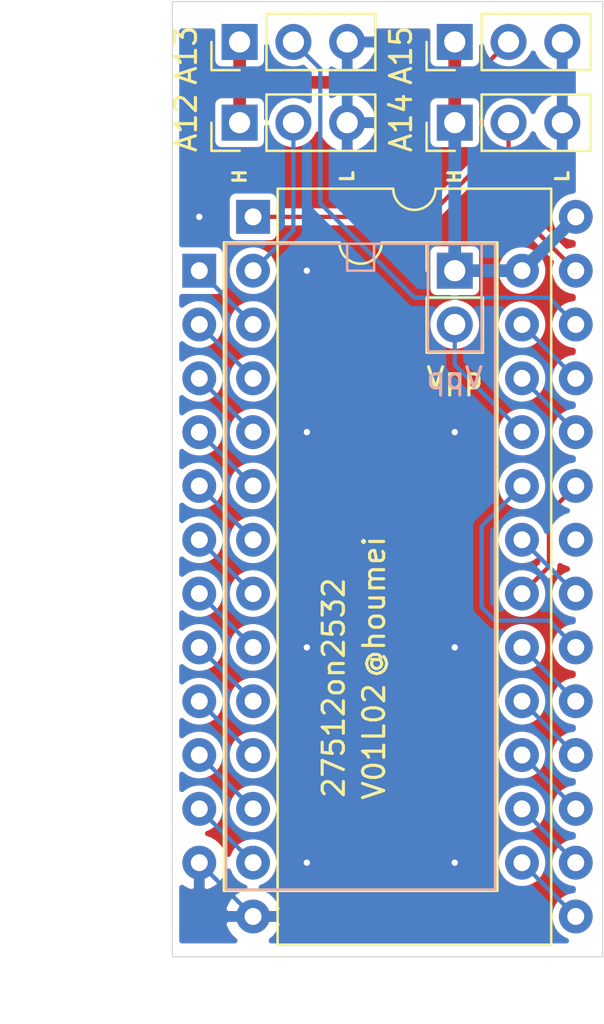
<source format=kicad_pcb>
(kicad_pcb (version 20171130) (host pcbnew "(5.1.8)-1")

  (general
    (thickness 1.6)
    (drawings 31)
    (tracks 59)
    (zones 0)
    (modules 7)
    (nets 29)
  )

  (page A4)
  (layers
    (0 F.Cu signal)
    (31 B.Cu signal)
    (32 B.Adhes user)
    (33 F.Adhes user)
    (34 B.Paste user)
    (35 F.Paste user)
    (36 B.SilkS user)
    (37 F.SilkS user)
    (38 B.Mask user)
    (39 F.Mask user)
    (40 Dwgs.User user)
    (41 Cmts.User user)
    (42 Eco1.User user)
    (43 Eco2.User user)
    (44 Edge.Cuts user)
    (45 Margin user)
    (46 B.CrtYd user)
    (47 F.CrtYd user)
    (48 B.Fab user)
    (49 F.Fab user hide)
  )

  (setup
    (last_trace_width 0.2)
    (user_trace_width 0.2)
    (user_trace_width 0.4)
    (user_trace_width 0.6)
    (user_trace_width 0.8)
    (user_trace_width 1)
    (user_trace_width 1.2)
    (trace_clearance 0.2)
    (zone_clearance 0.3)
    (zone_45_only no)
    (trace_min 0.1524)
    (via_size 0.6)
    (via_drill 0.3)
    (via_min_size 0.5)
    (via_min_drill 0.2)
    (user_via 0.9 0.5)
    (user_via 1.2 0.8)
    (uvia_size 0.3)
    (uvia_drill 0.1)
    (uvias_allowed no)
    (uvia_min_size 0.2)
    (uvia_min_drill 0.1)
    (edge_width 0.05)
    (segment_width 0.2)
    (pcb_text_width 0.3)
    (pcb_text_size 1.5 1.5)
    (mod_edge_width 0.12)
    (mod_text_size 1 1)
    (mod_text_width 0.15)
    (pad_size 1.524 1.524)
    (pad_drill 0.762)
    (pad_to_mask_clearance 0)
    (aux_axis_origin 76.2 152.4)
    (grid_origin 76.2 152.4)
    (visible_elements 7FFFFFFF)
    (pcbplotparams
      (layerselection 0x010f0_ffffffff)
      (usegerberextensions true)
      (usegerberattributes false)
      (usegerberadvancedattributes false)
      (creategerberjobfile false)
      (excludeedgelayer true)
      (linewidth 0.100000)
      (plotframeref false)
      (viasonmask true)
      (mode 1)
      (useauxorigin true)
      (hpglpennumber 1)
      (hpglpenspeed 20)
      (hpglpendiameter 15.000000)
      (psnegative false)
      (psa4output false)
      (plotreference true)
      (plotvalue false)
      (plotinvisibletext false)
      (padsonsilk false)
      (subtractmaskfromsilk false)
      (outputformat 1)
      (mirror false)
      (drillshape 0)
      (scaleselection 1)
      (outputdirectory "CGROMV01L02GB/"))
  )

  (net 0 "")
  (net 1 Vdd)
  (net 2 Vss)
  (net 3 A7)
  (net 4 A6)
  (net 5 A5)
  (net 6 A4)
  (net 7 A3)
  (net 8 A2)
  (net 9 A1)
  (net 10 A0)
  (net 11 D0)
  (net 12 D1)
  (net 13 D2)
  (net 14 A8)
  (net 15 A9)
  (net 16 ~CE)
  (net 17 A10)
  (net 18 A11)
  (net 19 D7)
  (net 20 D6)
  (net 21 D5)
  (net 22 D4)
  (net 23 D3)
  (net 24 "Net-(J3-Pad2)")
  (net 25 "Net-(J4-Pad2)")
  (net 26 "Net-(J1-Pad2)")
  (net 27 "Net-(J2-Pad2)")
  (net 28 Vpp)

  (net_class Default "This is the default net class."
    (clearance 0.2)
    (trace_width 0.2)
    (via_dia 0.6)
    (via_drill 0.3)
    (uvia_dia 0.3)
    (uvia_drill 0.1)
    (diff_pair_width 0.2)
    (diff_pair_gap 0.2)
    (add_net A0)
    (add_net A1)
    (add_net A10)
    (add_net A11)
    (add_net A2)
    (add_net A3)
    (add_net A4)
    (add_net A5)
    (add_net A6)
    (add_net A7)
    (add_net A8)
    (add_net A9)
    (add_net D0)
    (add_net D1)
    (add_net D2)
    (add_net D3)
    (add_net D4)
    (add_net D5)
    (add_net D6)
    (add_net D7)
    (add_net "Net-(J1-Pad2)")
    (add_net "Net-(J2-Pad2)")
    (add_net "Net-(J3-Pad2)")
    (add_net "Net-(J4-Pad2)")
    (add_net Vdd)
    (add_net Vpp)
    (add_net Vss)
    (add_net ~CE)
  )

  (module Connector_PinHeader_2.54mm:PinHeader_1x02_P2.54mm_Vertical (layer F.Cu) (tedit 59FED5CC) (tstamp 60D372C0)
    (at 89.535 120.015)
    (descr "Through hole straight pin header, 1x02, 2.54mm pitch, single row")
    (tags "Through hole pin header THT 1x02 2.54mm single row")
    (path /60D66975)
    (fp_text reference J5 (at 0 -2.33) (layer F.SilkS) hide
      (effects (font (size 1 1) (thickness 0.15)))
    )
    (fp_text value Vpp2532 (at 0 4.87) (layer F.Fab)
      (effects (font (size 1 1) (thickness 0.15)))
    )
    (fp_line (start 1.8 -1.8) (end -1.8 -1.8) (layer F.CrtYd) (width 0.05))
    (fp_line (start 1.8 4.35) (end 1.8 -1.8) (layer F.CrtYd) (width 0.05))
    (fp_line (start -1.8 4.35) (end 1.8 4.35) (layer F.CrtYd) (width 0.05))
    (fp_line (start -1.8 -1.8) (end -1.8 4.35) (layer F.CrtYd) (width 0.05))
    (fp_line (start -1.33 -1.33) (end 0 -1.33) (layer F.SilkS) (width 0.12))
    (fp_line (start -1.33 0) (end -1.33 -1.33) (layer F.SilkS) (width 0.12))
    (fp_line (start -1.33 1.27) (end 1.33 1.27) (layer F.SilkS) (width 0.12))
    (fp_line (start 1.33 1.27) (end 1.33 3.87) (layer F.SilkS) (width 0.12))
    (fp_line (start -1.33 1.27) (end -1.33 3.87) (layer F.SilkS) (width 0.12))
    (fp_line (start -1.33 3.87) (end 1.33 3.87) (layer F.SilkS) (width 0.12))
    (fp_line (start -1.27 -0.635) (end -0.635 -1.27) (layer F.Fab) (width 0.1))
    (fp_line (start -1.27 3.81) (end -1.27 -0.635) (layer F.Fab) (width 0.1))
    (fp_line (start 1.27 3.81) (end -1.27 3.81) (layer F.Fab) (width 0.1))
    (fp_line (start 1.27 -1.27) (end 1.27 3.81) (layer F.Fab) (width 0.1))
    (fp_line (start -0.635 -1.27) (end 1.27 -1.27) (layer F.Fab) (width 0.1))
    (fp_text user %R (at 0 1.27 90) (layer F.Fab)
      (effects (font (size 1 1) (thickness 0.15)))
    )
    (pad 2 thru_hole oval (at 0 2.54) (size 1.7 1.7) (drill 1) (layers *.Cu *.Mask)
      (net 28 Vpp))
    (pad 1 thru_hole rect (at 0 0) (size 1.7 1.7) (drill 1) (layers *.Cu *.Mask)
      (net 1 Vdd))
    (model ${KISYS3DMOD}/Connector_PinHeader_2.54mm.3dshapes/PinHeader_1x02_P2.54mm_Vertical.wrl
      (at (xyz 0 0 0))
      (scale (xyz 1 1 1))
      (rotate (xyz 0 0 0))
    )
  )

  (module Package_DIP:DIP-28_W15.24mm (layer F.Cu) (tedit 5A02E8C5) (tstamp 5FA43546)
    (at 80.01 117.475)
    (descr "28-lead though-hole mounted DIP package, row spacing 15.24 mm (600 mils)")
    (tags "THT DIP DIL PDIP 2.54mm 15.24mm 600mil")
    (path /5FA42175)
    (fp_text reference U1 (at 7.62 -0.635) (layer F.SilkS) hide
      (effects (font (size 1 1) (thickness 0.15)))
    )
    (fp_text value 27512 (at 7.62 35.35) (layer F.Fab)
      (effects (font (size 1 1) (thickness 0.15)))
    )
    (fp_line (start 16.3 -1.55) (end -1.05 -1.55) (layer F.CrtYd) (width 0.05))
    (fp_line (start 16.3 34.55) (end 16.3 -1.55) (layer F.CrtYd) (width 0.05))
    (fp_line (start -1.05 34.55) (end 16.3 34.55) (layer F.CrtYd) (width 0.05))
    (fp_line (start -1.05 -1.55) (end -1.05 34.55) (layer F.CrtYd) (width 0.05))
    (fp_line (start 14.08 -1.33) (end 8.62 -1.33) (layer F.SilkS) (width 0.12))
    (fp_line (start 14.08 34.35) (end 14.08 -1.33) (layer F.SilkS) (width 0.12))
    (fp_line (start 1.16 34.35) (end 14.08 34.35) (layer F.SilkS) (width 0.12))
    (fp_line (start 1.16 -1.33) (end 1.16 34.35) (layer F.SilkS) (width 0.12))
    (fp_line (start 6.62 -1.33) (end 1.16 -1.33) (layer F.SilkS) (width 0.12))
    (fp_line (start 0.255 -0.27) (end 1.255 -1.27) (layer F.Fab) (width 0.1))
    (fp_line (start 0.255 34.29) (end 0.255 -0.27) (layer F.Fab) (width 0.1))
    (fp_line (start 14.985 34.29) (end 0.255 34.29) (layer F.Fab) (width 0.1))
    (fp_line (start 14.985 -1.27) (end 14.985 34.29) (layer F.Fab) (width 0.1))
    (fp_line (start 1.255 -1.27) (end 14.985 -1.27) (layer F.Fab) (width 0.1))
    (fp_arc (start 7.62 -1.33) (end 6.62 -1.33) (angle -180) (layer F.SilkS) (width 0.12))
    (fp_text user %R (at 7.62 16.51) (layer F.Fab)
      (effects (font (size 1 1) (thickness 0.15)))
    )
    (pad 1 thru_hole rect (at 0 0) (size 1.6 1.6) (drill 0.8) (layers *.Cu *.Mask)
      (net 25 "Net-(J4-Pad2)"))
    (pad 15 thru_hole oval (at 15.24 33.02) (size 1.6 1.6) (drill 0.8) (layers *.Cu *.Mask)
      (net 23 D3))
    (pad 2 thru_hole oval (at 0 2.54) (size 1.6 1.6) (drill 0.8) (layers *.Cu *.Mask)
      (net 26 "Net-(J1-Pad2)"))
    (pad 16 thru_hole oval (at 15.24 30.48) (size 1.6 1.6) (drill 0.8) (layers *.Cu *.Mask)
      (net 22 D4))
    (pad 3 thru_hole oval (at 0 5.08) (size 1.6 1.6) (drill 0.8) (layers *.Cu *.Mask)
      (net 3 A7))
    (pad 17 thru_hole oval (at 15.24 27.94) (size 1.6 1.6) (drill 0.8) (layers *.Cu *.Mask)
      (net 21 D5))
    (pad 4 thru_hole oval (at 0 7.62) (size 1.6 1.6) (drill 0.8) (layers *.Cu *.Mask)
      (net 4 A6))
    (pad 18 thru_hole oval (at 15.24 25.4) (size 1.6 1.6) (drill 0.8) (layers *.Cu *.Mask)
      (net 20 D6))
    (pad 5 thru_hole oval (at 0 10.16) (size 1.6 1.6) (drill 0.8) (layers *.Cu *.Mask)
      (net 5 A5))
    (pad 19 thru_hole oval (at 15.24 22.86) (size 1.6 1.6) (drill 0.8) (layers *.Cu *.Mask)
      (net 19 D7))
    (pad 6 thru_hole oval (at 0 12.7) (size 1.6 1.6) (drill 0.8) (layers *.Cu *.Mask)
      (net 6 A4))
    (pad 20 thru_hole oval (at 15.24 20.32) (size 1.6 1.6) (drill 0.8) (layers *.Cu *.Mask)
      (net 16 ~CE))
    (pad 7 thru_hole oval (at 0 15.24) (size 1.6 1.6) (drill 0.8) (layers *.Cu *.Mask)
      (net 7 A3))
    (pad 21 thru_hole oval (at 15.24 17.78) (size 1.6 1.6) (drill 0.8) (layers *.Cu *.Mask)
      (net 17 A10))
    (pad 8 thru_hole oval (at 0 17.78) (size 1.6 1.6) (drill 0.8) (layers *.Cu *.Mask)
      (net 8 A2))
    (pad 22 thru_hole oval (at 15.24 15.24) (size 1.6 1.6) (drill 0.8) (layers *.Cu *.Mask)
      (net 2 Vss))
    (pad 9 thru_hole oval (at 0 20.32) (size 1.6 1.6) (drill 0.8) (layers *.Cu *.Mask)
      (net 9 A1))
    (pad 23 thru_hole oval (at 15.24 12.7) (size 1.6 1.6) (drill 0.8) (layers *.Cu *.Mask)
      (net 18 A11))
    (pad 10 thru_hole oval (at 0 22.86) (size 1.6 1.6) (drill 0.8) (layers *.Cu *.Mask)
      (net 10 A0))
    (pad 24 thru_hole oval (at 15.24 10.16) (size 1.6 1.6) (drill 0.8) (layers *.Cu *.Mask)
      (net 15 A9))
    (pad 11 thru_hole oval (at 0 25.4) (size 1.6 1.6) (drill 0.8) (layers *.Cu *.Mask)
      (net 11 D0))
    (pad 25 thru_hole oval (at 15.24 7.62) (size 1.6 1.6) (drill 0.8) (layers *.Cu *.Mask)
      (net 14 A8))
    (pad 12 thru_hole oval (at 0 27.94) (size 1.6 1.6) (drill 0.8) (layers *.Cu *.Mask)
      (net 12 D1))
    (pad 26 thru_hole oval (at 15.24 5.08) (size 1.6 1.6) (drill 0.8) (layers *.Cu *.Mask)
      (net 27 "Net-(J2-Pad2)"))
    (pad 13 thru_hole oval (at 0 30.48) (size 1.6 1.6) (drill 0.8) (layers *.Cu *.Mask)
      (net 13 D2))
    (pad 27 thru_hole oval (at 15.24 2.54) (size 1.6 1.6) (drill 0.8) (layers *.Cu *.Mask)
      (net 24 "Net-(J3-Pad2)"))
    (pad 14 thru_hole oval (at 0 33.02) (size 1.6 1.6) (drill 0.8) (layers *.Cu *.Mask)
      (net 2 Vss))
    (pad 28 thru_hole oval (at 15.24 0) (size 1.6 1.6) (drill 0.8) (layers *.Cu *.Mask)
      (net 1 Vdd))
    (model ${KISYS3DMOD}/Package_DIP.3dshapes/DIP-28_W15.24mm.wrl
      (at (xyz 0 0 0))
      (scale (xyz 1 1 1))
      (rotate (xyz 0 0 0))
    )
  )

  (module Package_DIP:DIP-24_W15.24mm (layer F.Cu) (tedit 5A02E8C5) (tstamp 60D3734A)
    (at 77.47 120.015)
    (descr "24-lead though-hole mounted DIP package, row spacing 15.24 mm (600 mils)")
    (tags "THT DIP DIL PDIP 2.54mm 15.24mm 600mil")
    (path /60D38A7D)
    (fp_text reference U2 (at 7.62 -0.635) (layer F.SilkS) hide
      (effects (font (size 1 1) (thickness 0.15)))
    )
    (fp_text value 2532 (at 7.62 30.27) (layer F.Fab)
      (effects (font (size 1 1) (thickness 0.15)))
    )
    (fp_line (start 16.3 -1.55) (end -1.05 -1.55) (layer F.CrtYd) (width 0.05))
    (fp_line (start 16.3 29.5) (end 16.3 -1.55) (layer F.CrtYd) (width 0.05))
    (fp_line (start -1.05 29.5) (end 16.3 29.5) (layer F.CrtYd) (width 0.05))
    (fp_line (start -1.05 -1.55) (end -1.05 29.5) (layer F.CrtYd) (width 0.05))
    (fp_line (start 14.08 -1.33) (end 8.62 -1.33) (layer F.SilkS) (width 0.12))
    (fp_line (start 14.08 29.27) (end 14.08 -1.33) (layer F.SilkS) (width 0.12))
    (fp_line (start 1.16 29.27) (end 14.08 29.27) (layer F.SilkS) (width 0.12))
    (fp_line (start 1.16 -1.33) (end 1.16 29.27) (layer F.SilkS) (width 0.12))
    (fp_line (start 6.62 -1.33) (end 1.16 -1.33) (layer F.SilkS) (width 0.12))
    (fp_line (start 0.255 -0.27) (end 1.255 -1.27) (layer F.Fab) (width 0.1))
    (fp_line (start 0.255 29.21) (end 0.255 -0.27) (layer F.Fab) (width 0.1))
    (fp_line (start 14.985 29.21) (end 0.255 29.21) (layer F.Fab) (width 0.1))
    (fp_line (start 14.985 -1.27) (end 14.985 29.21) (layer F.Fab) (width 0.1))
    (fp_line (start 1.255 -1.27) (end 14.985 -1.27) (layer F.Fab) (width 0.1))
    (fp_text user %R (at 7.62 13.97) (layer F.Fab)
      (effects (font (size 1 1) (thickness 0.15)))
    )
    (fp_arc (start 7.62 -1.33) (end 6.62 -1.33) (angle -180) (layer F.SilkS) (width 0.12))
    (pad 24 thru_hole oval (at 15.24 0) (size 1.6 1.6) (drill 0.8) (layers *.Cu *.Mask)
      (net 1 Vdd))
    (pad 12 thru_hole oval (at 0 27.94) (size 1.6 1.6) (drill 0.8) (layers *.Cu *.Mask)
      (net 2 Vss))
    (pad 23 thru_hole oval (at 15.24 2.54) (size 1.6 1.6) (drill 0.8) (layers *.Cu *.Mask)
      (net 14 A8))
    (pad 11 thru_hole oval (at 0 25.4) (size 1.6 1.6) (drill 0.8) (layers *.Cu *.Mask)
      (net 13 D2))
    (pad 22 thru_hole oval (at 15.24 5.08) (size 1.6 1.6) (drill 0.8) (layers *.Cu *.Mask)
      (net 15 A9))
    (pad 10 thru_hole oval (at 0 22.86) (size 1.6 1.6) (drill 0.8) (layers *.Cu *.Mask)
      (net 12 D1))
    (pad 21 thru_hole oval (at 15.24 7.62) (size 1.6 1.6) (drill 0.8) (layers *.Cu *.Mask)
      (net 28 Vpp))
    (pad 9 thru_hole oval (at 0 20.32) (size 1.6 1.6) (drill 0.8) (layers *.Cu *.Mask)
      (net 11 D0))
    (pad 20 thru_hole oval (at 15.24 10.16) (size 1.6 1.6) (drill 0.8) (layers *.Cu *.Mask)
      (net 16 ~CE))
    (pad 8 thru_hole oval (at 0 17.78) (size 1.6 1.6) (drill 0.8) (layers *.Cu *.Mask)
      (net 10 A0))
    (pad 19 thru_hole oval (at 15.24 12.7) (size 1.6 1.6) (drill 0.8) (layers *.Cu *.Mask)
      (net 17 A10))
    (pad 7 thru_hole oval (at 0 15.24) (size 1.6 1.6) (drill 0.8) (layers *.Cu *.Mask)
      (net 9 A1))
    (pad 18 thru_hole oval (at 15.24 15.24) (size 1.6 1.6) (drill 0.8) (layers *.Cu *.Mask)
      (net 18 A11))
    (pad 6 thru_hole oval (at 0 12.7) (size 1.6 1.6) (drill 0.8) (layers *.Cu *.Mask)
      (net 8 A2))
    (pad 17 thru_hole oval (at 15.24 17.78) (size 1.6 1.6) (drill 0.8) (layers *.Cu *.Mask)
      (net 19 D7))
    (pad 5 thru_hole oval (at 0 10.16) (size 1.6 1.6) (drill 0.8) (layers *.Cu *.Mask)
      (net 7 A3))
    (pad 16 thru_hole oval (at 15.24 20.32) (size 1.6 1.6) (drill 0.8) (layers *.Cu *.Mask)
      (net 20 D6))
    (pad 4 thru_hole oval (at 0 7.62) (size 1.6 1.6) (drill 0.8) (layers *.Cu *.Mask)
      (net 6 A4))
    (pad 15 thru_hole oval (at 15.24 22.86) (size 1.6 1.6) (drill 0.8) (layers *.Cu *.Mask)
      (net 21 D5))
    (pad 3 thru_hole oval (at 0 5.08) (size 1.6 1.6) (drill 0.8) (layers *.Cu *.Mask)
      (net 5 A5))
    (pad 14 thru_hole oval (at 15.24 25.4) (size 1.6 1.6) (drill 0.8) (layers *.Cu *.Mask)
      (net 22 D4))
    (pad 2 thru_hole oval (at 0 2.54) (size 1.6 1.6) (drill 0.8) (layers *.Cu *.Mask)
      (net 4 A6))
    (pad 13 thru_hole oval (at 15.24 27.94) (size 1.6 1.6) (drill 0.8) (layers *.Cu *.Mask)
      (net 23 D3))
    (pad 1 thru_hole rect (at 0 0) (size 1.6 1.6) (drill 0.8) (layers *.Cu *.Mask)
      (net 3 A7))
    (model ${KISYS3DMOD}/Package_DIP.3dshapes/DIP-24_W15.24mm.wrl
      (at (xyz 0 0 0))
      (scale (xyz 1 1 1))
      (rotate (xyz 0 0 0))
    )
  )

  (module Connector_PinHeader_2.54mm:PinHeader_1x03_P2.54mm_Vertical (layer F.Cu) (tedit 59FED5CC) (tstamp 5FA434D1)
    (at 79.375 113.03 90)
    (descr "Through hole straight pin header, 1x03, 2.54mm pitch, single row")
    (tags "Through hole pin header THT 1x03 2.54mm single row")
    (path /5FA6F31B)
    (fp_text reference J1 (at 0 -2.33 90) (layer F.SilkS) hide
      (effects (font (size 1 1) (thickness 0.15)))
    )
    (fp_text value AD12 (at 0 7.41 90) (layer F.Fab)
      (effects (font (size 1 1) (thickness 0.15)))
    )
    (fp_line (start 1.8 -1.8) (end -1.8 -1.8) (layer F.CrtYd) (width 0.05))
    (fp_line (start 1.8 6.85) (end 1.8 -1.8) (layer F.CrtYd) (width 0.05))
    (fp_line (start -1.8 6.85) (end 1.8 6.85) (layer F.CrtYd) (width 0.05))
    (fp_line (start -1.8 -1.8) (end -1.8 6.85) (layer F.CrtYd) (width 0.05))
    (fp_line (start -1.33 -1.33) (end 0 -1.33) (layer F.SilkS) (width 0.12))
    (fp_line (start -1.33 0) (end -1.33 -1.33) (layer F.SilkS) (width 0.12))
    (fp_line (start -1.33 1.27) (end 1.33 1.27) (layer F.SilkS) (width 0.12))
    (fp_line (start 1.33 1.27) (end 1.33 6.41) (layer F.SilkS) (width 0.12))
    (fp_line (start -1.33 1.27) (end -1.33 6.41) (layer F.SilkS) (width 0.12))
    (fp_line (start -1.33 6.41) (end 1.33 6.41) (layer F.SilkS) (width 0.12))
    (fp_line (start -1.27 -0.635) (end -0.635 -1.27) (layer F.Fab) (width 0.1))
    (fp_line (start -1.27 6.35) (end -1.27 -0.635) (layer F.Fab) (width 0.1))
    (fp_line (start 1.27 6.35) (end -1.27 6.35) (layer F.Fab) (width 0.1))
    (fp_line (start 1.27 -1.27) (end 1.27 6.35) (layer F.Fab) (width 0.1))
    (fp_line (start -0.635 -1.27) (end 1.27 -1.27) (layer F.Fab) (width 0.1))
    (fp_text user %R (at 0 2.54) (layer F.Fab)
      (effects (font (size 1 1) (thickness 0.15)))
    )
    (pad 1 thru_hole rect (at 0 0 90) (size 1.7 1.7) (drill 1) (layers *.Cu *.Mask)
      (net 1 Vdd))
    (pad 2 thru_hole oval (at 0 2.54 90) (size 1.7 1.7) (drill 1) (layers *.Cu *.Mask)
      (net 26 "Net-(J1-Pad2)"))
    (pad 3 thru_hole oval (at 0 5.08 90) (size 1.7 1.7) (drill 1) (layers *.Cu *.Mask)
      (net 2 Vss))
    (model ${KISYS3DMOD}/Connector_PinHeader_2.54mm.3dshapes/PinHeader_1x03_P2.54mm_Vertical.wrl
      (at (xyz 0 0 0))
      (scale (xyz 1 1 1))
      (rotate (xyz 0 0 0))
    )
  )

  (module Connector_PinHeader_2.54mm:PinHeader_1x03_P2.54mm_Vertical (layer F.Cu) (tedit 59FED5CC) (tstamp 5FA434E8)
    (at 79.375 109.22 90)
    (descr "Through hole straight pin header, 1x03, 2.54mm pitch, single row")
    (tags "Through hole pin header THT 1x03 2.54mm single row")
    (path /5FA799F9)
    (fp_text reference J2 (at 0 -2.33 90) (layer F.SilkS) hide
      (effects (font (size 1 1) (thickness 0.15)))
    )
    (fp_text value AD13 (at 0 7.41 90) (layer F.Fab)
      (effects (font (size 1 1) (thickness 0.15)))
    )
    (fp_line (start -0.635 -1.27) (end 1.27 -1.27) (layer F.Fab) (width 0.1))
    (fp_line (start 1.27 -1.27) (end 1.27 6.35) (layer F.Fab) (width 0.1))
    (fp_line (start 1.27 6.35) (end -1.27 6.35) (layer F.Fab) (width 0.1))
    (fp_line (start -1.27 6.35) (end -1.27 -0.635) (layer F.Fab) (width 0.1))
    (fp_line (start -1.27 -0.635) (end -0.635 -1.27) (layer F.Fab) (width 0.1))
    (fp_line (start -1.33 6.41) (end 1.33 6.41) (layer F.SilkS) (width 0.12))
    (fp_line (start -1.33 1.27) (end -1.33 6.41) (layer F.SilkS) (width 0.12))
    (fp_line (start 1.33 1.27) (end 1.33 6.41) (layer F.SilkS) (width 0.12))
    (fp_line (start -1.33 1.27) (end 1.33 1.27) (layer F.SilkS) (width 0.12))
    (fp_line (start -1.33 0) (end -1.33 -1.33) (layer F.SilkS) (width 0.12))
    (fp_line (start -1.33 -1.33) (end 0 -1.33) (layer F.SilkS) (width 0.12))
    (fp_line (start -1.8 -1.8) (end -1.8 6.85) (layer F.CrtYd) (width 0.05))
    (fp_line (start -1.8 6.85) (end 1.8 6.85) (layer F.CrtYd) (width 0.05))
    (fp_line (start 1.8 6.85) (end 1.8 -1.8) (layer F.CrtYd) (width 0.05))
    (fp_line (start 1.8 -1.8) (end -1.8 -1.8) (layer F.CrtYd) (width 0.05))
    (fp_text user %R (at 0 2.54) (layer F.Fab)
      (effects (font (size 1 1) (thickness 0.15)))
    )
    (pad 3 thru_hole oval (at 0 5.08 90) (size 1.7 1.7) (drill 1) (layers *.Cu *.Mask)
      (net 2 Vss))
    (pad 2 thru_hole oval (at 0 2.54 90) (size 1.7 1.7) (drill 1) (layers *.Cu *.Mask)
      (net 27 "Net-(J2-Pad2)"))
    (pad 1 thru_hole rect (at 0 0 90) (size 1.7 1.7) (drill 1) (layers *.Cu *.Mask)
      (net 1 Vdd))
    (model ${KISYS3DMOD}/Connector_PinHeader_2.54mm.3dshapes/PinHeader_1x03_P2.54mm_Vertical.wrl
      (at (xyz 0 0 0))
      (scale (xyz 1 1 1))
      (rotate (xyz 0 0 0))
    )
  )

  (module Connector_PinHeader_2.54mm:PinHeader_1x03_P2.54mm_Vertical (layer F.Cu) (tedit 59FED5CC) (tstamp 5FA434FF)
    (at 89.535 113.03 90)
    (descr "Through hole straight pin header, 1x03, 2.54mm pitch, single row")
    (tags "Through hole pin header THT 1x03 2.54mm single row")
    (path /5FA7E2E1)
    (fp_text reference J3 (at 0 -2.33 90) (layer F.SilkS) hide
      (effects (font (size 1 1) (thickness 0.15)))
    )
    (fp_text value AD14 (at 0 7.41 90) (layer F.Fab)
      (effects (font (size 1 1) (thickness 0.15)))
    )
    (fp_line (start 1.8 -1.8) (end -1.8 -1.8) (layer F.CrtYd) (width 0.05))
    (fp_line (start 1.8 6.85) (end 1.8 -1.8) (layer F.CrtYd) (width 0.05))
    (fp_line (start -1.8 6.85) (end 1.8 6.85) (layer F.CrtYd) (width 0.05))
    (fp_line (start -1.8 -1.8) (end -1.8 6.85) (layer F.CrtYd) (width 0.05))
    (fp_line (start -1.33 -1.33) (end 0 -1.33) (layer F.SilkS) (width 0.12))
    (fp_line (start -1.33 0) (end -1.33 -1.33) (layer F.SilkS) (width 0.12))
    (fp_line (start -1.33 1.27) (end 1.33 1.27) (layer F.SilkS) (width 0.12))
    (fp_line (start 1.33 1.27) (end 1.33 6.41) (layer F.SilkS) (width 0.12))
    (fp_line (start -1.33 1.27) (end -1.33 6.41) (layer F.SilkS) (width 0.12))
    (fp_line (start -1.33 6.41) (end 1.33 6.41) (layer F.SilkS) (width 0.12))
    (fp_line (start -1.27 -0.635) (end -0.635 -1.27) (layer F.Fab) (width 0.1))
    (fp_line (start -1.27 6.35) (end -1.27 -0.635) (layer F.Fab) (width 0.1))
    (fp_line (start 1.27 6.35) (end -1.27 6.35) (layer F.Fab) (width 0.1))
    (fp_line (start 1.27 -1.27) (end 1.27 6.35) (layer F.Fab) (width 0.1))
    (fp_line (start -0.635 -1.27) (end 1.27 -1.27) (layer F.Fab) (width 0.1))
    (fp_text user %R (at 0 2.54) (layer F.Fab)
      (effects (font (size 1 1) (thickness 0.15)))
    )
    (pad 1 thru_hole rect (at 0 0 90) (size 1.7 1.7) (drill 1) (layers *.Cu *.Mask)
      (net 1 Vdd))
    (pad 2 thru_hole oval (at 0 2.54 90) (size 1.7 1.7) (drill 1) (layers *.Cu *.Mask)
      (net 24 "Net-(J3-Pad2)"))
    (pad 3 thru_hole oval (at 0 5.08 90) (size 1.7 1.7) (drill 1) (layers *.Cu *.Mask)
      (net 2 Vss))
    (model ${KISYS3DMOD}/Connector_PinHeader_2.54mm.3dshapes/PinHeader_1x03_P2.54mm_Vertical.wrl
      (at (xyz 0 0 0))
      (scale (xyz 1 1 1))
      (rotate (xyz 0 0 0))
    )
  )

  (module Connector_PinHeader_2.54mm:PinHeader_1x03_P2.54mm_Vertical (layer F.Cu) (tedit 59FED5CC) (tstamp 5FA43516)
    (at 89.535 109.22 90)
    (descr "Through hole straight pin header, 1x03, 2.54mm pitch, single row")
    (tags "Through hole pin header THT 1x03 2.54mm single row")
    (path /5FA7E2E7)
    (fp_text reference J4 (at 0 -2.33 90) (layer F.SilkS) hide
      (effects (font (size 1 1) (thickness 0.15)))
    )
    (fp_text value AD15 (at 0 7.41 90) (layer F.Fab)
      (effects (font (size 1 1) (thickness 0.15)))
    )
    (fp_line (start -0.635 -1.27) (end 1.27 -1.27) (layer F.Fab) (width 0.1))
    (fp_line (start 1.27 -1.27) (end 1.27 6.35) (layer F.Fab) (width 0.1))
    (fp_line (start 1.27 6.35) (end -1.27 6.35) (layer F.Fab) (width 0.1))
    (fp_line (start -1.27 6.35) (end -1.27 -0.635) (layer F.Fab) (width 0.1))
    (fp_line (start -1.27 -0.635) (end -0.635 -1.27) (layer F.Fab) (width 0.1))
    (fp_line (start -1.33 6.41) (end 1.33 6.41) (layer F.SilkS) (width 0.12))
    (fp_line (start -1.33 1.27) (end -1.33 6.41) (layer F.SilkS) (width 0.12))
    (fp_line (start 1.33 1.27) (end 1.33 6.41) (layer F.SilkS) (width 0.12))
    (fp_line (start -1.33 1.27) (end 1.33 1.27) (layer F.SilkS) (width 0.12))
    (fp_line (start -1.33 0) (end -1.33 -1.33) (layer F.SilkS) (width 0.12))
    (fp_line (start -1.33 -1.33) (end 0 -1.33) (layer F.SilkS) (width 0.12))
    (fp_line (start -1.8 -1.8) (end -1.8 6.85) (layer F.CrtYd) (width 0.05))
    (fp_line (start -1.8 6.85) (end 1.8 6.85) (layer F.CrtYd) (width 0.05))
    (fp_line (start 1.8 6.85) (end 1.8 -1.8) (layer F.CrtYd) (width 0.05))
    (fp_line (start 1.8 -1.8) (end -1.8 -1.8) (layer F.CrtYd) (width 0.05))
    (fp_text user %R (at 0 2.54) (layer F.Fab)
      (effects (font (size 1 1) (thickness 0.15)))
    )
    (pad 3 thru_hole oval (at 0 5.08 90) (size 1.7 1.7) (drill 1) (layers *.Cu *.Mask)
      (net 2 Vss))
    (pad 2 thru_hole oval (at 0 2.54 90) (size 1.7 1.7) (drill 1) (layers *.Cu *.Mask)
      (net 25 "Net-(J4-Pad2)"))
    (pad 1 thru_hole rect (at 0 0 90) (size 1.7 1.7) (drill 1) (layers *.Cu *.Mask)
      (net 1 Vdd))
    (model ${KISYS3DMOD}/Connector_PinHeader_2.54mm.3dshapes/PinHeader_1x03_P2.54mm_Vertical.wrl
      (at (xyz 0 0 0))
      (scale (xyz 1 1 1))
      (rotate (xyz 0 0 0))
    )
  )

  (dimension 45.085 (width 0.15) (layer Dwgs.User)
    (gr_text "45.085 mm" (at 71.725 129.8575 90) (layer Dwgs.User)
      (effects (font (size 1 1) (thickness 0.15)))
    )
    (feature1 (pts (xy 74.295 107.315) (xy 72.438579 107.315)))
    (feature2 (pts (xy 74.295 152.4) (xy 72.438579 152.4)))
    (crossbar (pts (xy 73.025 152.4) (xy 73.025 107.315)))
    (arrow1a (pts (xy 73.025 107.315) (xy 73.611421 108.441504)))
    (arrow1b (pts (xy 73.025 107.315) (xy 72.438579 108.441504)))
    (arrow2a (pts (xy 73.025 152.4) (xy 73.611421 151.273496)))
    (arrow2b (pts (xy 73.025 152.4) (xy 72.438579 151.273496)))
  )
  (dimension 20.32 (width 0.15) (layer Dwgs.User)
    (gr_text "20.320 mm" (at 86.36 156.24) (layer Dwgs.User)
      (effects (font (size 1 1) (thickness 0.15)))
    )
    (feature1 (pts (xy 96.52 153.67) (xy 96.52 155.526421)))
    (feature2 (pts (xy 76.2 153.67) (xy 76.2 155.526421)))
    (crossbar (pts (xy 76.2 154.94) (xy 96.52 154.94)))
    (arrow1a (pts (xy 96.52 154.94) (xy 95.393496 155.526421)))
    (arrow1b (pts (xy 96.52 154.94) (xy 95.393496 154.353579)))
    (arrow2a (pts (xy 76.2 154.94) (xy 77.326504 155.526421)))
    (arrow2b (pts (xy 76.2 154.94) (xy 77.326504 154.353579)))
  )
  (gr_line (start 76.2 107.315) (end 76.2 107.95) (angle 90) (layer Edge.Cuts) (width 0.05))
  (gr_line (start 96.52 107.315) (end 76.2 107.315) (angle 90) (layer Edge.Cuts) (width 0.05))
  (gr_line (start 96.52 152.4) (end 96.52 107.315) (angle 90) (layer Edge.Cuts) (width 0.05))
  (gr_line (start 85.725 120.015) (end 85.725 118.745) (layer B.SilkS) (width 0.12))
  (gr_line (start 84.455 120.015) (end 85.725 120.015) (layer B.SilkS) (width 0.12))
  (gr_line (start 84.455 118.745) (end 84.455 120.015) (layer B.SilkS) (width 0.12))
  (gr_text Vpp (at 89.535 125.095) (layer B.SilkS) (tstamp 60D389D4)
    (effects (font (size 1 1) (thickness 0.15)) (justify mirror))
  )
  (gr_line (start 90.805 118.745) (end 88.265 118.745) (layer B.SilkS) (width 0.12) (tstamp 60D389D2))
  (gr_line (start 90.805 123.825) (end 90.805 118.745) (layer B.SilkS) (width 0.12))
  (gr_line (start 88.265 123.825) (end 90.805 123.825) (layer B.SilkS) (width 0.12))
  (gr_line (start 88.265 118.745) (end 88.265 123.825) (layer B.SilkS) (width 0.12))
  (gr_line (start 91.44 118.745) (end 78.74 118.745) (layer B.SilkS) (width 0.12) (tstamp 60D389D1))
  (gr_line (start 91.44 149.225) (end 91.44 118.745) (layer B.SilkS) (width 0.12))
  (gr_line (start 78.74 149.225) (end 91.44 149.225) (layer B.SilkS) (width 0.12))
  (gr_line (start 78.74 118.745) (end 78.74 149.225) (layer B.SilkS) (width 0.12))
  (gr_text Vpp (at 89.535 125.095) (layer F.SilkS)
    (effects (font (size 1 1) (thickness 0.15)))
  )
  (gr_text H (at 89.535 115.57 90) (layer F.SilkS) (tstamp 60D388D1)
    (effects (font (size 0.6 0.6) (thickness 0.15)))
  )
  (gr_text L (at 84.455 115.57 90) (layer F.SilkS) (tstamp 60D388CE)
    (effects (font (size 0.6 0.6) (thickness 0.15)))
  )
  (gr_line (start 76.2 107.95) (end 76.2 152.4) (layer Edge.Cuts) (width 0.05) (tstamp 60D388B9))
  (gr_line (start 96.52 152.4) (end 76.2 152.4) (layer Edge.Cuts) (width 0.05) (tstamp 60D388A0))
  (gr_text @houmei (at 85.725 135.89 90) (layer F.SilkS)
    (effects (font (size 1 1) (thickness 0.15)))
  )
  (gr_text V01L02 (at 85.725 142.24 90) (layer F.SilkS)
    (effects (font (size 1 1) (thickness 0.15)))
  )
  (gr_text 27512on2532 (at 83.82 139.7 90) (layer F.SilkS)
    (effects (font (size 1 1) (thickness 0.15)))
  )
  (gr_text H (at 79.375 115.57 90) (layer F.SilkS)
    (effects (font (size 0.6 0.6) (thickness 0.15)))
  )
  (gr_text L (at 94.615 115.57 90) (layer F.SilkS)
    (effects (font (size 0.6 0.6) (thickness 0.15)))
  )
  (gr_text A15 (at 86.995 109.855 90) (layer F.SilkS) (tstamp 5FA440AC)
    (effects (font (size 1 1) (thickness 0.15)))
  )
  (gr_text A14 (at 86.995 113.03 90) (layer F.SilkS) (tstamp 5FA440AA)
    (effects (font (size 1 1) (thickness 0.15)))
  )
  (gr_text A13 (at 76.835 109.855 90) (layer F.SilkS) (tstamp 5FA440A8)
    (effects (font (size 1 1) (thickness 0.15)))
  )
  (gr_text A12 (at 76.835 113.03 90) (layer F.SilkS)
    (effects (font (size 1 1) (thickness 0.15)))
  )

  (segment (start 79.375 113.03) (end 79.375 111.125) (width 0.6) (layer F.Cu) (net 1) (status 400000))
  (segment (start 79.375 111.125) (end 79.375 109.22) (width 0.6) (layer F.Cu) (net 1) (tstamp 60E19798) (status 800000))
  (segment (start 89.535 109.22) (end 89.535 111.125) (width 0.6) (layer F.Cu) (net 1) (status 400000))
  (segment (start 89.535 111.125) (end 89.535 113.03) (width 0.6) (layer F.Cu) (net 1) (tstamp 60E1979C) (status 800000))
  (segment (start 79.375 111.125) (end 89.535 111.125) (width 0.6) (layer F.Cu) (net 1))
  (segment (start 89.535 113.03) (end 89.535 120.015) (width 0.6) (layer B.Cu) (net 1) (status C00000))
  (segment (start 89.535 120.015) (end 92.71 120.015) (width 0.6) (layer B.Cu) (net 1) (status C00000))
  (segment (start 92.71 120.015) (end 95.25 117.475) (width 0.6) (layer B.Cu) (net 1) (status C00000))
  (via (at 89.535 147.955) (size 0.6) (drill 0.3) (layers F.Cu B.Cu) (net 2))
  (via (at 82.55 147.955) (size 0.6) (drill 0.3) (layers F.Cu B.Cu) (net 2))
  (segment (start 77.47 147.955) (end 80.01 150.495) (width 0.2) (layer B.Cu) (net 2))
  (via (at 89.535 127.635) (size 0.6) (drill 0.3) (layers F.Cu B.Cu) (net 2) (tstamp 60E1C3D2))
  (via (at 82.55 127.635) (size 0.6) (drill 0.3) (layers F.Cu B.Cu) (net 2) (tstamp 60E1C3D4))
  (via (at 89.535 137.795) (size 0.6) (drill 0.3) (layers F.Cu B.Cu) (net 2) (tstamp 60E1C3D6))
  (via (at 82.55 120.015) (size 0.6) (drill 0.3) (layers F.Cu B.Cu) (net 2) (tstamp 60E1C3D8))
  (via (at 82.55 137.795) (size 0.6) (drill 0.3) (layers F.Cu B.Cu) (net 2) (tstamp 60E1C601))
  (via (at 77.47 117.475) (size 0.6) (drill 0.3) (layers F.Cu B.Cu) (net 2) (tstamp 60E1C603))
  (segment (start 77.47 120.015) (end 80.01 122.555) (width 0.2) (layer B.Cu) (net 3))
  (segment (start 77.47 122.555) (end 80.01 125.095) (width 0.2) (layer B.Cu) (net 4))
  (segment (start 77.47 125.095) (end 80.01 127.635) (width 0.2) (layer B.Cu) (net 5))
  (segment (start 77.47 127.635) (end 80.01 130.175) (width 0.2) (layer B.Cu) (net 6))
  (segment (start 77.47 130.175) (end 80.01 132.715) (width 0.2) (layer B.Cu) (net 7))
  (segment (start 77.47 132.715) (end 80.01 135.255) (width 0.2) (layer B.Cu) (net 8))
  (segment (start 77.47 135.255) (end 80.01 137.795) (width 0.2) (layer B.Cu) (net 9))
  (segment (start 77.47 137.795) (end 80.01 140.335) (width 0.2) (layer B.Cu) (net 10))
  (segment (start 77.47 140.335) (end 80.01 142.875) (width 0.2) (layer B.Cu) (net 11))
  (segment (start 77.47 142.875) (end 80.01 145.415) (width 0.2) (layer B.Cu) (net 12))
  (segment (start 77.47 145.415) (end 80.01 147.955) (width 0.2) (layer B.Cu) (net 13))
  (segment (start 92.71 122.555) (end 95.25 125.095) (width 0.2) (layer B.Cu) (net 14))
  (segment (start 92.71 125.095) (end 95.25 127.635) (width 0.2) (layer B.Cu) (net 15))
  (segment (start 95.25 137.795) (end 93.98 136.525) (width 0.2) (layer B.Cu) (net 16))
  (segment (start 93.98 136.525) (end 91.44 136.525) (width 0.2) (layer B.Cu) (net 16))
  (segment (start 91.44 136.525) (end 90.805 135.89) (width 0.2) (layer B.Cu) (net 16))
  (segment (start 90.805 135.89) (end 90.805 132.08) (width 0.2) (layer B.Cu) (net 16))
  (segment (start 90.805 132.08) (end 92.71 130.175) (width 0.2) (layer B.Cu) (net 16))
  (segment (start 92.71 132.715) (end 95.25 135.255) (width 0.2) (layer B.Cu) (net 17))
  (segment (start 92.71 135.255) (end 93.98 133.985) (width 0.2) (layer F.Cu) (net 18))
  (segment (start 93.98 133.985) (end 93.98 131.445) (width 0.2) (layer F.Cu) (net 18))
  (segment (start 93.98 131.445) (end 95.25 130.175) (width 0.2) (layer F.Cu) (net 18))
  (segment (start 92.71 137.795) (end 95.25 140.335) (width 0.2) (layer B.Cu) (net 19))
  (segment (start 92.71 140.335) (end 95.25 142.875) (width 0.2) (layer B.Cu) (net 20))
  (segment (start 92.71 142.875) (end 95.25 145.415) (width 0.2) (layer B.Cu) (net 21))
  (segment (start 92.71 145.415) (end 95.25 147.955) (width 0.2) (layer B.Cu) (net 22))
  (segment (start 92.71 147.955) (end 95.25 150.495) (width 0.2) (layer B.Cu) (net 23))
  (segment (start 95.25 120.015) (end 92.075 116.84) (width 0.2) (layer F.Cu) (net 24) (status 400000))
  (segment (start 92.075 116.84) (end 92.075 113.03) (width 0.2) (layer F.Cu) (net 24) (tstamp 60E19821) (status 800000))
  (segment (start 80.01 117.475) (end 88.265 117.475) (width 0.2) (layer F.Cu) (net 25) (status 400000))
  (segment (start 90.805 110.49) (end 92.075 109.22) (width 0.2) (layer F.Cu) (net 25) (tstamp 60E197A6) (status 800000))
  (segment (start 90.805 114.935) (end 90.805 110.49) (width 0.2) (layer F.Cu) (net 25) (tstamp 60E1982C))
  (segment (start 90.805 114.935) (end 88.265 117.475) (width 0.2) (layer F.Cu) (net 25))
  (segment (start 80.01 120.015) (end 81.915 118.11) (width 0.2) (layer B.Cu) (net 26) (status 400000))
  (segment (start 81.915 118.11) (end 81.915 113.03) (width 0.2) (layer B.Cu) (net 26) (tstamp 60E19749) (status 800000))
  (segment (start 95.25 122.555) (end 93.98 121.285) (width 0.2) (layer B.Cu) (net 27) (status 400000))
  (segment (start 83.185 110.49) (end 81.915 109.22) (width 0.2) (layer B.Cu) (net 27) (tstamp 60E197A0) (status 800000))
  (segment (start 83.185 116.84) (end 83.185 110.49) (width 0.2) (layer B.Cu) (net 27) (tstamp 60E1982A))
  (segment (start 93.98 121.285) (end 87.63 121.285) (width 0.2) (layer B.Cu) (net 27) (tstamp 60E1979E))
  (segment (start 87.63 121.285) (end 83.185 116.84) (width 0.2) (layer B.Cu) (net 27))
  (segment (start 92.71 127.635) (end 89.535 124.46) (width 0.2) (layer B.Cu) (net 28) (status 400000))
  (segment (start 89.535 124.46) (end 89.535 122.555) (width 0.2) (layer B.Cu) (net 28) (tstamp 60E1981A) (status 800000))

  (zone (net 2) (net_name Vss) (layer F.Cu) (tstamp 6380A48C) (hatch edge 0.508)
    (connect_pads (clearance 0.3))
    (min_thickness 0.254)
    (fill yes (arc_segments 32) (thermal_gap 0.508) (thermal_bridge_width 0.508))
    (polygon
      (pts
        (xy 95.25 151.765) (xy 76.2 151.765) (xy 76.2 108.585) (xy 95.25 108.585)
      )
    )
    (filled_polygon
      (pts
        (xy 78.095934 110.07) (xy 78.104178 110.153707) (xy 78.128595 110.234196) (xy 78.168245 110.308376) (xy 78.221605 110.373395)
        (xy 78.286624 110.426755) (xy 78.360804 110.466405) (xy 78.441293 110.490822) (xy 78.525 110.499066) (xy 78.648 110.499066)
        (xy 78.648 111.089292) (xy 78.644483 111.125) (xy 78.648001 111.160718) (xy 78.648001 111.750934) (xy 78.525 111.750934)
        (xy 78.441293 111.759178) (xy 78.360804 111.783595) (xy 78.286624 111.823245) (xy 78.221605 111.876605) (xy 78.168245 111.941624)
        (xy 78.128595 112.015804) (xy 78.104178 112.096293) (xy 78.095934 112.18) (xy 78.095934 113.88) (xy 78.104178 113.963707)
        (xy 78.128595 114.044196) (xy 78.168245 114.118376) (xy 78.221605 114.183395) (xy 78.286624 114.236755) (xy 78.360804 114.276405)
        (xy 78.441293 114.300822) (xy 78.525 114.309066) (xy 80.225 114.309066) (xy 80.308707 114.300822) (xy 80.389196 114.276405)
        (xy 80.463376 114.236755) (xy 80.528395 114.183395) (xy 80.581755 114.118376) (xy 80.621405 114.044196) (xy 80.645822 113.963707)
        (xy 80.654066 113.88) (xy 80.654066 113.236544) (xy 80.687074 113.402487) (xy 80.783337 113.634886) (xy 80.923089 113.84404)
        (xy 81.10096 114.021911) (xy 81.310114 114.161663) (xy 81.542513 114.257926) (xy 81.789226 114.307) (xy 82.040774 114.307)
        (xy 82.287487 114.257926) (xy 82.519886 114.161663) (xy 82.72904 114.021911) (xy 82.906911 113.84404) (xy 83.046663 113.634886)
        (xy 83.076197 113.563584) (xy 83.110843 113.661252) (xy 83.259822 113.911355) (xy 83.454731 114.127588) (xy 83.68808 114.301641)
        (xy 83.950901 114.426825) (xy 84.09811 114.471476) (xy 84.328 114.350155) (xy 84.328 113.157) (xy 84.582 113.157)
        (xy 84.582 114.350155) (xy 84.81189 114.471476) (xy 84.959099 114.426825) (xy 85.22192 114.301641) (xy 85.455269 114.127588)
        (xy 85.650178 113.911355) (xy 85.799157 113.661252) (xy 85.896481 113.386891) (xy 85.775814 113.157) (xy 84.582 113.157)
        (xy 84.328 113.157) (xy 84.308 113.157) (xy 84.308 112.903) (xy 84.328 112.903) (xy 84.328 112.883)
        (xy 84.582 112.883) (xy 84.582 112.903) (xy 85.775814 112.903) (xy 85.896481 112.673109) (xy 85.799157 112.398748)
        (xy 85.650178 112.148645) (xy 85.455269 111.932412) (xy 85.347462 111.852) (xy 88.411586 111.852) (xy 88.381605 111.876605)
        (xy 88.328245 111.941624) (xy 88.288595 112.015804) (xy 88.264178 112.096293) (xy 88.255934 112.18) (xy 88.255934 113.88)
        (xy 88.264178 113.963707) (xy 88.288595 114.044196) (xy 88.328245 114.118376) (xy 88.381605 114.183395) (xy 88.446624 114.236755)
        (xy 88.520804 114.276405) (xy 88.601293 114.300822) (xy 88.685 114.309066) (xy 90.278 114.309066) (xy 90.278 114.71671)
        (xy 88.046711 116.948) (xy 81.239066 116.948) (xy 81.239066 116.675) (xy 81.230822 116.591293) (xy 81.206405 116.510804)
        (xy 81.166755 116.436624) (xy 81.113395 116.371605) (xy 81.048376 116.318245) (xy 80.974196 116.278595) (xy 80.893707 116.254178)
        (xy 80.81 116.245934) (xy 79.21 116.245934) (xy 79.126293 116.254178) (xy 79.045804 116.278595) (xy 78.971624 116.318245)
        (xy 78.906605 116.371605) (xy 78.853245 116.436624) (xy 78.813595 116.510804) (xy 78.789178 116.591293) (xy 78.780934 116.675)
        (xy 78.780934 118.275) (xy 78.789178 118.358707) (xy 78.813595 118.439196) (xy 78.853245 118.513376) (xy 78.906605 118.578395)
        (xy 78.971624 118.631755) (xy 79.045804 118.671405) (xy 79.126293 118.695822) (xy 79.21 118.704066) (xy 80.81 118.704066)
        (xy 80.893707 118.695822) (xy 80.974196 118.671405) (xy 81.048376 118.631755) (xy 81.113395 118.578395) (xy 81.166755 118.513376)
        (xy 81.206405 118.439196) (xy 81.230822 118.358707) (xy 81.239066 118.275) (xy 81.239066 118.002) (xy 88.239119 118.002)
        (xy 88.265 118.004549) (xy 88.290881 118.002) (xy 88.36831 117.994374) (xy 88.46765 117.964239) (xy 88.559202 117.915304)
        (xy 88.639448 117.849448) (xy 88.655955 117.829334) (xy 91.159339 115.325951) (xy 91.179448 115.309448) (xy 91.245304 115.229202)
        (xy 91.294239 115.13765) (xy 91.324374 115.03831) (xy 91.332 114.960881) (xy 91.332 114.960879) (xy 91.334549 114.935001)
        (xy 91.332 114.909123) (xy 91.332 114.069378) (xy 91.470114 114.161663) (xy 91.548001 114.193925) (xy 91.548 116.814119)
        (xy 91.545451 116.84) (xy 91.548 116.86588) (xy 91.555626 116.943309) (xy 91.585761 117.042649) (xy 91.634696 117.134202)
        (xy 91.700552 117.214448) (xy 91.720666 117.230955) (xy 94.092605 119.602894) (xy 94.070153 119.657097) (xy 94.023 119.894151)
        (xy 94.023 120.135849) (xy 94.070153 120.372903) (xy 94.162647 120.596202) (xy 94.296927 120.797167) (xy 94.467833 120.968073)
        (xy 94.668798 121.102353) (xy 94.892097 121.194847) (xy 95.123 121.240776) (xy 95.123 121.329224) (xy 94.892097 121.375153)
        (xy 94.668798 121.467647) (xy 94.467833 121.601927) (xy 94.296927 121.772833) (xy 94.162647 121.973798) (xy 94.070153 122.197097)
        (xy 94.023 122.434151) (xy 94.023 122.675849) (xy 94.070153 122.912903) (xy 94.162647 123.136202) (xy 94.296927 123.337167)
        (xy 94.467833 123.508073) (xy 94.668798 123.642353) (xy 94.892097 123.734847) (xy 95.123 123.780776) (xy 95.123 123.869224)
        (xy 94.892097 123.915153) (xy 94.668798 124.007647) (xy 94.467833 124.141927) (xy 94.296927 124.312833) (xy 94.162647 124.513798)
        (xy 94.070153 124.737097) (xy 94.023 124.974151) (xy 94.023 125.215849) (xy 94.070153 125.452903) (xy 94.162647 125.676202)
        (xy 94.296927 125.877167) (xy 94.467833 126.048073) (xy 94.668798 126.182353) (xy 94.892097 126.274847) (xy 95.123 126.320776)
        (xy 95.123 126.409224) (xy 94.892097 126.455153) (xy 94.668798 126.547647) (xy 94.467833 126.681927) (xy 94.296927 126.852833)
        (xy 94.162647 127.053798) (xy 94.070153 127.277097) (xy 94.023 127.514151) (xy 94.023 127.755849) (xy 94.070153 127.992903)
        (xy 94.162647 128.216202) (xy 94.296927 128.417167) (xy 94.467833 128.588073) (xy 94.668798 128.722353) (xy 94.892097 128.814847)
        (xy 95.123 128.860776) (xy 95.123 128.949224) (xy 94.892097 128.995153) (xy 94.668798 129.087647) (xy 94.467833 129.221927)
        (xy 94.296927 129.392833) (xy 94.162647 129.593798) (xy 94.070153 129.817097) (xy 94.023 130.054151) (xy 94.023 130.295849)
        (xy 94.070153 130.532903) (xy 94.092605 130.587106) (xy 93.625662 131.054049) (xy 93.605553 131.070552) (xy 93.558347 131.128073)
        (xy 93.539696 131.150799) (xy 93.490761 131.242351) (xy 93.460626 131.341691) (xy 93.450451 131.445) (xy 93.453001 131.470891)
        (xy 93.453001 131.735757) (xy 93.291202 131.627647) (xy 93.067903 131.535153) (xy 92.830849 131.488) (xy 92.589151 131.488)
        (xy 92.352097 131.535153) (xy 92.128798 131.627647) (xy 91.927833 131.761927) (xy 91.756927 131.932833) (xy 91.622647 132.133798)
        (xy 91.530153 132.357097) (xy 91.483 132.594151) (xy 91.483 132.835849) (xy 91.530153 133.072903) (xy 91.622647 133.296202)
        (xy 91.756927 133.497167) (xy 91.927833 133.668073) (xy 92.128798 133.802353) (xy 92.352097 133.894847) (xy 92.589151 133.942)
        (xy 92.830849 133.942) (xy 93.067903 133.894847) (xy 93.291202 133.802353) (xy 93.453 133.694243) (xy 93.453 133.76671)
        (xy 93.122106 134.097605) (xy 93.067903 134.075153) (xy 92.830849 134.028) (xy 92.589151 134.028) (xy 92.352097 134.075153)
        (xy 92.128798 134.167647) (xy 91.927833 134.301927) (xy 91.756927 134.472833) (xy 91.622647 134.673798) (xy 91.530153 134.897097)
        (xy 91.483 135.134151) (xy 91.483 135.375849) (xy 91.530153 135.612903) (xy 91.622647 135.836202) (xy 91.756927 136.037167)
        (xy 91.927833 136.208073) (xy 92.128798 136.342353) (xy 92.352097 136.434847) (xy 92.589151 136.482) (xy 92.830849 136.482)
        (xy 93.067903 136.434847) (xy 93.291202 136.342353) (xy 93.492167 136.208073) (xy 93.663073 136.037167) (xy 93.797353 135.836202)
        (xy 93.889847 135.612903) (xy 93.937 135.375849) (xy 93.937 135.134151) (xy 93.889847 134.897097) (xy 93.867395 134.842894)
        (xy 94.334339 134.375951) (xy 94.354448 134.359448) (xy 94.420304 134.279202) (xy 94.469239 134.18765) (xy 94.499374 134.08831)
        (xy 94.507 134.010881) (xy 94.507 134.01088) (xy 94.509549 133.985001) (xy 94.507 133.95912) (xy 94.507 133.934633)
        (xy 94.636119 134.01207) (xy 94.855088 134.090483) (xy 94.668798 134.167647) (xy 94.467833 134.301927) (xy 94.296927 134.472833)
        (xy 94.162647 134.673798) (xy 94.070153 134.897097) (xy 94.023 135.134151) (xy 94.023 135.375849) (xy 94.070153 135.612903)
        (xy 94.162647 135.836202) (xy 94.296927 136.037167) (xy 94.467833 136.208073) (xy 94.668798 136.342353) (xy 94.892097 136.434847)
        (xy 95.123 136.480776) (xy 95.123 136.569224) (xy 94.892097 136.615153) (xy 94.668798 136.707647) (xy 94.467833 136.841927)
        (xy 94.296927 137.012833) (xy 94.162647 137.213798) (xy 94.070153 137.437097) (xy 94.023 137.674151) (xy 94.023 137.915849)
        (xy 94.070153 138.152903) (xy 94.162647 138.376202) (xy 94.296927 138.577167) (xy 94.467833 138.748073) (xy 94.668798 138.882353)
        (xy 94.892097 138.974847) (xy 95.123 139.020776) (xy 95.123 139.109224) (xy 94.892097 139.155153) (xy 94.668798 139.247647)
        (xy 94.467833 139.381927) (xy 94.296927 139.552833) (xy 94.162647 139.753798) (xy 94.070153 139.977097) (xy 94.023 140.214151)
        (xy 94.023 140.455849) (xy 94.070153 140.692903) (xy 94.162647 140.916202) (xy 94.296927 141.117167) (xy 94.467833 141.288073)
        (xy 94.668798 141.422353) (xy 94.892097 141.514847) (xy 95.123 141.560776) (xy 95.123 141.649224) (xy 94.892097 141.695153)
        (xy 94.668798 141.787647) (xy 94.467833 141.921927) (xy 94.296927 142.092833) (xy 94.162647 142.293798) (xy 94.070153 142.517097)
        (xy 94.023 142.754151) (xy 94.023 142.995849) (xy 94.070153 143.232903) (xy 94.162647 143.456202) (xy 94.296927 143.657167)
        (xy 94.467833 143.828073) (xy 94.668798 143.962353) (xy 94.892097 144.054847) (xy 95.123 144.100776) (xy 95.123 144.189224)
        (xy 94.892097 144.235153) (xy 94.668798 144.327647) (xy 94.467833 144.461927) (xy 94.296927 144.632833) (xy 94.162647 144.833798)
        (xy 94.070153 145.057097) (xy 94.023 145.294151) (xy 94.023 145.535849) (xy 94.070153 145.772903) (xy 94.162647 145.996202)
        (xy 94.296927 146.197167) (xy 94.467833 146.368073) (xy 94.668798 146.502353) (xy 94.892097 146.594847) (xy 95.123 146.640776)
        (xy 95.123 146.729224) (xy 94.892097 146.775153) (xy 94.668798 146.867647) (xy 94.467833 147.001927) (xy 94.296927 147.172833)
        (xy 94.162647 147.373798) (xy 94.070153 147.597097) (xy 94.023 147.834151) (xy 94.023 148.075849) (xy 94.070153 148.312903)
        (xy 94.162647 148.536202) (xy 94.296927 148.737167) (xy 94.467833 148.908073) (xy 94.668798 149.042353) (xy 94.892097 149.134847)
        (xy 95.123 149.180776) (xy 95.123 149.269224) (xy 94.892097 149.315153) (xy 94.668798 149.407647) (xy 94.467833 149.541927)
        (xy 94.296927 149.712833) (xy 94.162647 149.913798) (xy 94.070153 150.137097) (xy 94.023 150.374151) (xy 94.023 150.615849)
        (xy 94.070153 150.852903) (xy 94.162647 151.076202) (xy 94.296927 151.277167) (xy 94.467833 151.448073) (xy 94.668798 151.582353)
        (xy 94.803141 151.638) (xy 80.87548 151.638) (xy 81.073519 151.458414) (xy 81.241037 151.23242) (xy 81.361246 150.978087)
        (xy 81.401904 150.844039) (xy 81.279915 150.622) (xy 80.137 150.622) (xy 80.137 150.642) (xy 79.883 150.642)
        (xy 79.883 150.622) (xy 78.740085 150.622) (xy 78.618096 150.844039) (xy 78.658754 150.978087) (xy 78.778963 151.23242)
        (xy 78.946481 151.458414) (xy 79.14452 151.638) (xy 76.652 151.638) (xy 76.652 149.129654) (xy 76.856119 149.25207)
        (xy 77.12096 149.346909) (xy 77.343 149.225624) (xy 77.343 148.082) (xy 77.323 148.082) (xy 77.323 147.828)
        (xy 77.343 147.828) (xy 77.343 147.808) (xy 77.597 147.808) (xy 77.597 147.828) (xy 77.617 147.828)
        (xy 77.617 148.082) (xy 77.597 148.082) (xy 77.597 149.225624) (xy 77.81904 149.346909) (xy 78.083881 149.25207)
        (xy 78.325131 149.107385) (xy 78.533519 148.918414) (xy 78.701037 148.69242) (xy 78.821246 148.438087) (xy 78.84693 148.353407)
        (xy 78.922647 148.536202) (xy 79.056927 148.737167) (xy 79.227833 148.908073) (xy 79.428798 149.042353) (xy 79.615088 149.119517)
        (xy 79.396119 149.19793) (xy 79.154869 149.342615) (xy 78.946481 149.531586) (xy 78.778963 149.75758) (xy 78.658754 150.011913)
        (xy 78.618096 150.145961) (xy 78.740085 150.368) (xy 79.883 150.368) (xy 79.883 150.348) (xy 80.137 150.348)
        (xy 80.137 150.368) (xy 81.279915 150.368) (xy 81.401904 150.145961) (xy 81.361246 150.011913) (xy 81.241037 149.75758)
        (xy 81.073519 149.531586) (xy 80.865131 149.342615) (xy 80.623881 149.19793) (xy 80.404912 149.119517) (xy 80.591202 149.042353)
        (xy 80.792167 148.908073) (xy 80.963073 148.737167) (xy 81.097353 148.536202) (xy 81.189847 148.312903) (xy 81.237 148.075849)
        (xy 81.237 147.834151) (xy 91.483 147.834151) (xy 91.483 148.075849) (xy 91.530153 148.312903) (xy 91.622647 148.536202)
        (xy 91.756927 148.737167) (xy 91.927833 148.908073) (xy 92.128798 149.042353) (xy 92.352097 149.134847) (xy 92.589151 149.182)
        (xy 92.830849 149.182) (xy 93.067903 149.134847) (xy 93.291202 149.042353) (xy 93.492167 148.908073) (xy 93.663073 148.737167)
        (xy 93.797353 148.536202) (xy 93.889847 148.312903) (xy 93.937 148.075849) (xy 93.937 147.834151) (xy 93.889847 147.597097)
        (xy 93.797353 147.373798) (xy 93.663073 147.172833) (xy 93.492167 147.001927) (xy 93.291202 146.867647) (xy 93.067903 146.775153)
        (xy 92.830849 146.728) (xy 92.589151 146.728) (xy 92.352097 146.775153) (xy 92.128798 146.867647) (xy 91.927833 147.001927)
        (xy 91.756927 147.172833) (xy 91.622647 147.373798) (xy 91.530153 147.597097) (xy 91.483 147.834151) (xy 81.237 147.834151)
        (xy 81.189847 147.597097) (xy 81.097353 147.373798) (xy 80.963073 147.172833) (xy 80.792167 147.001927) (xy 80.591202 146.867647)
        (xy 80.367903 146.775153) (xy 80.130849 146.728) (xy 79.889151 146.728) (xy 79.652097 146.775153) (xy 79.428798 146.867647)
        (xy 79.227833 147.001927) (xy 79.056927 147.172833) (xy 78.922647 147.373798) (xy 78.84693 147.556593) (xy 78.821246 147.471913)
        (xy 78.701037 147.21758) (xy 78.533519 146.991586) (xy 78.325131 146.802615) (xy 78.083881 146.65793) (xy 77.864912 146.579517)
        (xy 78.051202 146.502353) (xy 78.252167 146.368073) (xy 78.423073 146.197167) (xy 78.557353 145.996202) (xy 78.649847 145.772903)
        (xy 78.697 145.535849) (xy 78.697 145.294151) (xy 78.783 145.294151) (xy 78.783 145.535849) (xy 78.830153 145.772903)
        (xy 78.922647 145.996202) (xy 79.056927 146.197167) (xy 79.227833 146.368073) (xy 79.428798 146.502353) (xy 79.652097 146.594847)
        (xy 79.889151 146.642) (xy 80.130849 146.642) (xy 80.367903 146.594847) (xy 80.591202 146.502353) (xy 80.792167 146.368073)
        (xy 80.963073 146.197167) (xy 81.097353 145.996202) (xy 81.189847 145.772903) (xy 81.237 145.535849) (xy 81.237 145.294151)
        (xy 91.483 145.294151) (xy 91.483 145.535849) (xy 91.530153 145.772903) (xy 91.622647 145.996202) (xy 91.756927 146.197167)
        (xy 91.927833 146.368073) (xy 92.128798 146.502353) (xy 92.352097 146.594847) (xy 92.589151 146.642) (xy 92.830849 146.642)
        (xy 93.067903 146.594847) (xy 93.291202 146.502353) (xy 93.492167 146.368073) (xy 93.663073 146.197167) (xy 93.797353 145.996202)
        (xy 93.889847 145.772903) (xy 93.937 145.535849) (xy 93.937 145.294151) (xy 93.889847 145.057097) (xy 93.797353 144.833798)
        (xy 93.663073 144.632833) (xy 93.492167 144.461927) (xy 93.291202 144.327647) (xy 93.067903 144.235153) (xy 92.830849 144.188)
        (xy 92.589151 144.188) (xy 92.352097 144.235153) (xy 92.128798 144.327647) (xy 91.927833 144.461927) (xy 91.756927 144.632833)
        (xy 91.622647 144.833798) (xy 91.530153 145.057097) (xy 91.483 145.294151) (xy 81.237 145.294151) (xy 81.189847 145.057097)
        (xy 81.097353 144.833798) (xy 80.963073 144.632833) (xy 80.792167 144.461927) (xy 80.591202 144.327647) (xy 80.367903 144.235153)
        (xy 80.130849 144.188) (xy 79.889151 144.188) (xy 79.652097 144.235153) (xy 79.428798 144.327647) (xy 79.227833 144.461927)
        (xy 79.056927 144.632833) (xy 78.922647 144.833798) (xy 78.830153 145.057097) (xy 78.783 145.294151) (xy 78.697 145.294151)
        (xy 78.649847 145.057097) (xy 78.557353 144.833798) (xy 78.423073 144.632833) (xy 78.252167 144.461927) (xy 78.051202 144.327647)
        (xy 77.827903 144.235153) (xy 77.590849 144.188) (xy 77.349151 144.188) (xy 77.112097 144.235153) (xy 76.888798 144.327647)
        (xy 76.687833 144.461927) (xy 76.652 144.49776) (xy 76.652 143.79224) (xy 76.687833 143.828073) (xy 76.888798 143.962353)
        (xy 77.112097 144.054847) (xy 77.349151 144.102) (xy 77.590849 144.102) (xy 77.827903 144.054847) (xy 78.051202 143.962353)
        (xy 78.252167 143.828073) (xy 78.423073 143.657167) (xy 78.557353 143.456202) (xy 78.649847 143.232903) (xy 78.697 142.995849)
        (xy 78.697 142.754151) (xy 78.783 142.754151) (xy 78.783 142.995849) (xy 78.830153 143.232903) (xy 78.922647 143.456202)
        (xy 79.056927 143.657167) (xy 79.227833 143.828073) (xy 79.428798 143.962353) (xy 79.652097 144.054847) (xy 79.889151 144.102)
        (xy 80.130849 144.102) (xy 80.367903 144.054847) (xy 80.591202 143.962353) (xy 80.792167 143.828073) (xy 80.963073 143.657167)
        (xy 81.097353 143.456202) (xy 81.189847 143.232903) (xy 81.237 142.995849) (xy 81.237 142.754151) (xy 91.483 142.754151)
        (xy 91.483 142.995849) (xy 91.530153 143.232903) (xy 91.622647 143.456202) (xy 91.756927 143.657167) (xy 91.927833 143.828073)
        (xy 92.128798 143.962353) (xy 92.352097 144.054847) (xy 92.589151 144.102) (xy 92.830849 144.102) (xy 93.067903 144.054847)
        (xy 93.291202 143.962353) (xy 93.492167 143.828073) (xy 93.663073 143.657167) (xy 93.797353 143.456202) (xy 93.889847 143.232903)
        (xy 93.937 142.995849) (xy 93.937 142.754151) (xy 93.889847 142.517097) (xy 93.797353 142.293798) (xy 93.663073 142.092833)
        (xy 93.492167 141.921927) (xy 93.291202 141.787647) (xy 93.067903 141.695153) (xy 92.830849 141.648) (xy 92.589151 141.648)
        (xy 92.352097 141.695153) (xy 92.128798 141.787647) (xy 91.927833 141.921927) (xy 91.756927 142.092833) (xy 91.622647 142.293798)
        (xy 91.530153 142.517097) (xy 91.483 142.754151) (xy 81.237 142.754151) (xy 81.189847 142.517097) (xy 81.097353 142.293798)
        (xy 80.963073 142.092833) (xy 80.792167 141.921927) (xy 80.591202 141.787647) (xy 80.367903 141.695153) (xy 80.130849 141.648)
        (xy 79.889151 141.648) (xy 79.652097 141.695153) (xy 79.428798 141.787647) (xy 79.227833 141.921927) (xy 79.056927 142.092833)
        (xy 78.922647 142.293798) (xy 78.830153 142.517097) (xy 78.783 142.754151) (xy 78.697 142.754151) (xy 78.649847 142.517097)
        (xy 78.557353 142.293798) (xy 78.423073 142.092833) (xy 78.252167 141.921927) (xy 78.051202 141.787647) (xy 77.827903 141.695153)
        (xy 77.590849 141.648) (xy 77.349151 141.648) (xy 77.112097 141.695153) (xy 76.888798 141.787647) (xy 76.687833 141.921927)
        (xy 76.652 141.95776) (xy 76.652 141.25224) (xy 76.687833 141.288073) (xy 76.888798 141.422353) (xy 77.112097 141.514847)
        (xy 77.349151 141.562) (xy 77.590849 141.562) (xy 77.827903 141.514847) (xy 78.051202 141.422353) (xy 78.252167 141.288073)
        (xy 78.423073 141.117167) (xy 78.557353 140.916202) (xy 78.649847 140.692903) (xy 78.697 140.455849) (xy 78.697 140.214151)
        (xy 78.783 140.214151) (xy 78.783 140.455849) (xy 78.830153 140.692903) (xy 78.922647 140.916202) (xy 79.056927 141.117167)
        (xy 79.227833 141.288073) (xy 79.428798 141.422353) (xy 79.652097 141.514847) (xy 79.889151 141.562) (xy 80.130849 141.562)
        (xy 80.367903 141.514847) (xy 80.591202 141.422353) (xy 80.792167 141.288073) (xy 80.963073 141.117167) (xy 81.097353 140.916202)
        (xy 81.189847 140.692903) (xy 81.237 140.455849) (xy 81.237 140.214151) (xy 91.483 140.214151) (xy 91.483 140.455849)
        (xy 91.530153 140.692903) (xy 91.622647 140.916202) (xy 91.756927 141.117167) (xy 91.927833 141.288073) (xy 92.128798 141.422353)
        (xy 92.352097 141.514847) (xy 92.589151 141.562) (xy 92.830849 141.562) (xy 93.067903 141.514847) (xy 93.291202 141.422353)
        (xy 93.492167 141.288073) (xy 93.663073 141.117167) (xy 93.797353 140.916202) (xy 93.889847 140.692903) (xy 93.937 140.455849)
        (xy 93.937 140.214151) (xy 93.889847 139.977097) (xy 93.797353 139.753798) (xy 93.663073 139.552833) (xy 93.492167 139.381927)
        (xy 93.291202 139.247647) (xy 93.067903 139.155153) (xy 92.830849 139.108) (xy 92.589151 139.108) (xy 92.352097 139.155153)
        (xy 92.128798 139.247647) (xy 91.927833 139.381927) (xy 91.756927 139.552833) (xy 91.622647 139.753798) (xy 91.530153 139.977097)
        (xy 91.483 140.214151) (xy 81.237 140.214151) (xy 81.189847 139.977097) (xy 81.097353 139.753798) (xy 80.963073 139.552833)
        (xy 80.792167 139.381927) (xy 80.591202 139.247647) (xy 80.367903 139.155153) (xy 80.130849 139.108) (xy 79.889151 139.108)
        (xy 79.652097 139.155153) (xy 79.428798 139.247647) (xy 79.227833 139.381927) (xy 79.056927 139.552833) (xy 78.922647 139.753798)
        (xy 78.830153 139.977097) (xy 78.783 140.214151) (xy 78.697 140.214151) (xy 78.649847 139.977097) (xy 78.557353 139.753798)
        (xy 78.423073 139.552833) (xy 78.252167 139.381927) (xy 78.051202 139.247647) (xy 77.827903 139.155153) (xy 77.590849 139.108)
        (xy 77.349151 139.108) (xy 77.112097 139.155153) (xy 76.888798 139.247647) (xy 76.687833 139.381927) (xy 76.652 139.41776)
        (xy 76.652 138.71224) (xy 76.687833 138.748073) (xy 76.888798 138.882353) (xy 77.112097 138.974847) (xy 77.349151 139.022)
        (xy 77.590849 139.022) (xy 77.827903 138.974847) (xy 78.051202 138.882353) (xy 78.252167 138.748073) (xy 78.423073 138.577167)
        (xy 78.557353 138.376202) (xy 78.649847 138.152903) (xy 78.697 137.915849) (xy 78.697 137.674151) (xy 78.783 137.674151)
        (xy 78.783 137.915849) (xy 78.830153 138.152903) (xy 78.922647 138.376202) (xy 79.056927 138.577167) (xy 79.227833 138.748073)
        (xy 79.428798 138.882353) (xy 79.652097 138.974847) (xy 79.889151 139.022) (xy 80.130849 139.022) (xy 80.367903 138.974847)
        (xy 80.591202 138.882353) (xy 80.792167 138.748073) (xy 80.963073 138.577167) (xy 81.097353 138.376202) (xy 81.189847 138.152903)
        (xy 81.237 137.915849) (xy 81.237 137.674151) (xy 91.483 137.674151) (xy 91.483 137.915849) (xy 91.530153 138.152903)
        (xy 91.622647 138.376202) (xy 91.756927 138.577167) (xy 91.927833 138.748073) (xy 92.128798 138.882353) (xy 92.352097 138.974847)
        (xy 92.589151 139.022) (xy 92.830849 139.022) (xy 93.067903 138.974847) (xy 93.291202 138.882353) (xy 93.492167 138.748073)
        (xy 93.663073 138.577167) (xy 93.797353 138.376202) (xy 93.889847 138.152903) (xy 93.937 137.915849) (xy 93.937 137.674151)
        (xy 93.889847 137.437097) (xy 93.797353 137.213798) (xy 93.663073 137.012833) (xy 93.492167 136.841927) (xy 93.291202 136.707647)
        (xy 93.067903 136.615153) (xy 92.830849 136.568) (xy 92.589151 136.568) (xy 92.352097 136.615153) (xy 92.128798 136.707647)
        (xy 91.927833 136.841927) (xy 91.756927 137.012833) (xy 91.622647 137.213798) (xy 91.530153 137.437097) (xy 91.483 137.674151)
        (xy 81.237 137.674151) (xy 81.189847 137.437097) (xy 81.097353 137.213798) (xy 80.963073 137.012833) (xy 80.792167 136.841927)
        (xy 80.591202 136.707647) (xy 80.367903 136.615153) (xy 80.130849 136.568) (xy 79.889151 136.568) (xy 79.652097 136.615153)
        (xy 79.428798 136.707647) (xy 79.227833 136.841927) (xy 79.056927 137.012833) (xy 78.922647 137.213798) (xy 78.830153 137.437097)
        (xy 78.783 137.674151) (xy 78.697 137.674151) (xy 78.649847 137.437097) (xy 78.557353 137.213798) (xy 78.423073 137.012833)
        (xy 78.252167 136.841927) (xy 78.051202 136.707647) (xy 77.827903 136.615153) (xy 77.590849 136.568) (xy 77.349151 136.568)
        (xy 77.112097 136.615153) (xy 76.888798 136.707647) (xy 76.687833 136.841927) (xy 76.652 136.87776) (xy 76.652 136.17224)
        (xy 76.687833 136.208073) (xy 76.888798 136.342353) (xy 77.112097 136.434847) (xy 77.349151 136.482) (xy 77.590849 136.482)
        (xy 77.827903 136.434847) (xy 78.051202 136.342353) (xy 78.252167 136.208073) (xy 78.423073 136.037167) (xy 78.557353 135.836202)
        (xy 78.649847 135.612903) (xy 78.697 135.375849) (xy 78.697 135.134151) (xy 78.783 135.134151) (xy 78.783 135.375849)
        (xy 78.830153 135.612903) (xy 78.922647 135.836202) (xy 79.056927 136.037167) (xy 79.227833 136.208073) (xy 79.428798 136.342353)
        (xy 79.652097 136.434847) (xy 79.889151 136.482) (xy 80.130849 136.482) (xy 80.367903 136.434847) (xy 80.591202 136.342353)
        (xy 80.792167 136.208073) (xy 80.963073 136.037167) (xy 81.097353 135.836202) (xy 81.189847 135.612903) (xy 81.237 135.375849)
        (xy 81.237 135.134151) (xy 81.189847 134.897097) (xy 81.097353 134.673798) (xy 80.963073 134.472833) (xy 80.792167 134.301927)
        (xy 80.591202 134.167647) (xy 80.367903 134.075153) (xy 80.130849 134.028) (xy 79.889151 134.028) (xy 79.652097 134.075153)
        (xy 79.428798 134.167647) (xy 79.227833 134.301927) (xy 79.056927 134.472833) (xy 78.922647 134.673798) (xy 78.830153 134.897097)
        (xy 78.783 135.134151) (xy 78.697 135.134151) (xy 78.649847 134.897097) (xy 78.557353 134.673798) (xy 78.423073 134.472833)
        (xy 78.252167 134.301927) (xy 78.051202 134.167647) (xy 77.827903 134.075153) (xy 77.590849 134.028) (xy 77.349151 134.028)
        (xy 77.112097 134.075153) (xy 76.888798 134.167647) (xy 76.687833 134.301927) (xy 76.652 134.33776) (xy 76.652 133.63224)
        (xy 76.687833 133.668073) (xy 76.888798 133.802353) (xy 77.112097 133.894847) (xy 77.349151 133.942) (xy 77.590849 133.942)
        (xy 77.827903 133.894847) (xy 78.051202 133.802353) (xy 78.252167 133.668073) (xy 78.423073 133.497167) (xy 78.557353 133.296202)
        (xy 78.649847 133.072903) (xy 78.697 132.835849) (xy 78.697 132.594151) (xy 78.783 132.594151) (xy 78.783 132.835849)
        (xy 78.830153 133.072903) (xy 78.922647 133.296202) (xy 79.056927 133.497167) (xy 79.227833 133.668073) (xy 79.428798 133.802353)
        (xy 79.652097 133.894847) (xy 79.889151 133.942) (xy 80.130849 133.942) (xy 80.367903 133.894847) (xy 80.591202 133.802353)
        (xy 80.792167 133.668073) (xy 80.963073 133.497167) (xy 81.097353 133.296202) (xy 81.189847 133.072903) (xy 81.237 132.835849)
        (xy 81.237 132.594151) (xy 81.189847 132.357097) (xy 81.097353 132.133798) (xy 80.963073 131.932833) (xy 80.792167 131.761927)
        (xy 80.591202 131.627647) (xy 80.367903 131.535153) (xy 80.130849 131.488) (xy 79.889151 131.488) (xy 79.652097 131.535153)
        (xy 79.428798 131.627647) (xy 79.227833 131.761927) (xy 79.056927 131.932833) (xy 78.922647 132.133798) (xy 78.830153 132.357097)
        (xy 78.783 132.594151) (xy 78.697 132.594151) (xy 78.649847 132.357097) (xy 78.557353 132.133798) (xy 78.423073 131.932833)
        (xy 78.252167 131.761927) (xy 78.051202 131.627647) (xy 77.827903 131.535153) (xy 77.590849 131.488) (xy 77.349151 131.488)
        (xy 77.112097 131.535153) (xy 76.888798 131.627647) (xy 76.687833 131.761927) (xy 76.652 131.79776) (xy 76.652 131.09224)
        (xy 76.687833 131.128073) (xy 76.888798 131.262353) (xy 77.112097 131.354847) (xy 77.349151 131.402) (xy 77.590849 131.402)
        (xy 77.827903 131.354847) (xy 78.051202 131.262353) (xy 78.252167 131.128073) (xy 78.423073 130.957167) (xy 78.557353 130.756202)
        (xy 78.649847 130.532903) (xy 78.697 130.295849) (xy 78.697 130.054151) (xy 78.783 130.054151) (xy 78.783 130.295849)
        (xy 78.830153 130.532903) (xy 78.922647 130.756202) (xy 79.056927 130.957167) (xy 79.227833 131.128073) (xy 79.428798 131.262353)
        (xy 79.652097 131.354847) (xy 79.889151 131.402) (xy 80.130849 131.402) (xy 80.367903 131.354847) (xy 80.591202 131.262353)
        (xy 80.792167 131.128073) (xy 80.963073 130.957167) (xy 81.097353 130.756202) (xy 81.189847 130.532903) (xy 81.237 130.295849)
        (xy 81.237 130.054151) (xy 91.483 130.054151) (xy 91.483 130.295849) (xy 91.530153 130.532903) (xy 91.622647 130.756202)
        (xy 91.756927 130.957167) (xy 91.927833 131.128073) (xy 92.128798 131.262353) (xy 92.352097 131.354847) (xy 92.589151 131.402)
        (xy 92.830849 131.402) (xy 93.067903 131.354847) (xy 93.291202 131.262353) (xy 93.492167 131.128073) (xy 93.663073 130.957167)
        (xy 93.797353 130.756202) (xy 93.889847 130.532903) (xy 93.937 130.295849) (xy 93.937 130.054151) (xy 93.889847 129.817097)
        (xy 93.797353 129.593798) (xy 93.663073 129.392833) (xy 93.492167 129.221927) (xy 93.291202 129.087647) (xy 93.067903 128.995153)
        (xy 92.830849 128.948) (xy 92.589151 128.948) (xy 92.352097 128.995153) (xy 92.128798 129.087647) (xy 91.927833 129.221927)
        (xy 91.756927 129.392833) (xy 91.622647 129.593798) (xy 91.530153 129.817097) (xy 91.483 130.054151) (xy 81.237 130.054151)
        (xy 81.189847 129.817097) (xy 81.097353 129.593798) (xy 80.963073 129.392833) (xy 80.792167 129.221927) (xy 80.591202 129.087647)
        (xy 80.367903 128.995153) (xy 80.130849 128.948) (xy 79.889151 128.948) (xy 79.652097 128.995153) (xy 79.428798 129.087647)
        (xy 79.227833 129.221927) (xy 79.056927 129.392833) (xy 78.922647 129.593798) (xy 78.830153 129.817097) (xy 78.783 130.054151)
        (xy 78.697 130.054151) (xy 78.649847 129.817097) (xy 78.557353 129.593798) (xy 78.423073 129.392833) (xy 78.252167 129.221927)
        (xy 78.051202 129.087647) (xy 77.827903 128.995153) (xy 77.590849 128.948) (xy 77.349151 128.948) (xy 77.112097 128.995153)
        (xy 76.888798 129.087647) (xy 76.687833 129.221927) (xy 76.652 129.25776) (xy 76.652 128.55224) (xy 76.687833 128.588073)
        (xy 76.888798 128.722353) (xy 77.112097 128.814847) (xy 77.349151 128.862) (xy 77.590849 128.862) (xy 77.827903 128.814847)
        (xy 78.051202 128.722353) (xy 78.252167 128.588073) (xy 78.423073 128.417167) (xy 78.557353 128.216202) (xy 78.649847 127.992903)
        (xy 78.697 127.755849) (xy 78.697 127.514151) (xy 78.783 127.514151) (xy 78.783 127.755849) (xy 78.830153 127.992903)
        (xy 78.922647 128.216202) (xy 79.056927 128.417167) (xy 79.227833 128.588073) (xy 79.428798 128.722353) (xy 79.652097 128.814847)
        (xy 79.889151 128.862) (xy 80.130849 128.862) (xy 80.367903 128.814847) (xy 80.591202 128.722353) (xy 80.792167 128.588073)
        (xy 80.963073 128.417167) (xy 81.097353 128.216202) (xy 81.189847 127.992903) (xy 81.237 127.755849) (xy 81.237 127.514151)
        (xy 91.483 127.514151) (xy 91.483 127.755849) (xy 91.530153 127.992903) (xy 91.622647 128.216202) (xy 91.756927 128.417167)
        (xy 91.927833 128.588073) (xy 92.128798 128.722353) (xy 92.352097 128.814847) (xy 92.589151 128.862) (xy 92.830849 128.862)
        (xy 93.067903 128.814847) (xy 93.291202 128.722353) (xy 93.492167 128.588073) (xy 93.663073 128.417167) (xy 93.797353 128.216202)
        (xy 93.889847 127.992903) (xy 93.937 127.755849) (xy 93.937 127.514151) (xy 93.889847 127.277097) (xy 93.797353 127.053798)
        (xy 93.663073 126.852833) (xy 93.492167 126.681927) (xy 93.291202 126.547647) (xy 93.067903 126.455153) (xy 92.830849 126.408)
        (xy 92.589151 126.408) (xy 92.352097 126.455153) (xy 92.128798 126.547647) (xy 91.927833 126.681927) (xy 91.756927 126.852833)
        (xy 91.622647 127.053798) (xy 91.530153 127.277097) (xy 91.483 127.514151) (xy 81.237 127.514151) (xy 81.189847 127.277097)
        (xy 81.097353 127.053798) (xy 80.963073 126.852833) (xy 80.792167 126.681927) (xy 80.591202 126.547647) (xy 80.367903 126.455153)
        (xy 80.130849 126.408) (xy 79.889151 126.408) (xy 79.652097 126.455153) (xy 79.428798 126.547647) (xy 79.227833 126.681927)
        (xy 79.056927 126.852833) (xy 78.922647 127.053798) (xy 78.830153 127.277097) (xy 78.783 127.514151) (xy 78.697 127.514151)
        (xy 78.649847 127.277097) (xy 78.557353 127.053798) (xy 78.423073 126.852833) (xy 78.252167 126.681927) (xy 78.051202 126.547647)
        (xy 77.827903 126.455153) (xy 77.590849 126.408) (xy 77.349151 126.408) (xy 77.112097 126.455153) (xy 76.888798 126.547647)
        (xy 76.687833 126.681927) (xy 76.652 126.71776) (xy 76.652 126.01224) (xy 76.687833 126.048073) (xy 76.888798 126.182353)
        (xy 77.112097 126.274847) (xy 77.349151 126.322) (xy 77.590849 126.322) (xy 77.827903 126.274847) (xy 78.051202 126.182353)
        (xy 78.252167 126.048073) (xy 78.423073 125.877167) (xy 78.557353 125.676202) (xy 78.649847 125.452903) (xy 78.697 125.215849)
        (xy 78.697 124.974151) (xy 78.783 124.974151) (xy 78.783 125.215849) (xy 78.830153 125.452903) (xy 78.922647 125.676202)
        (xy 79.056927 125.877167) (xy 79.227833 126.048073) (xy 79.428798 126.182353) (xy 79.652097 126.274847) (xy 79.889151 126.322)
        (xy 80.130849 126.322) (xy 80.367903 126.274847) (xy 80.591202 126.182353) (xy 80.792167 126.048073) (xy 80.963073 125.877167)
        (xy 81.097353 125.676202) (xy 81.189847 125.452903) (xy 81.237 125.215849) (xy 81.237 124.974151) (xy 91.483 124.974151)
        (xy 91.483 125.215849) (xy 91.530153 125.452903) (xy 91.622647 125.676202) (xy 91.756927 125.877167) (xy 91.927833 126.048073)
        (xy 92.128798 126.182353) (xy 92.352097 126.274847) (xy 92.589151 126.322) (xy 92.830849 126.322) (xy 93.067903 126.274847)
        (xy 93.291202 126.182353) (xy 93.492167 126.048073) (xy 93.663073 125.877167) (xy 93.797353 125.676202) (xy 93.889847 125.452903)
        (xy 93.937 125.215849) (xy 93.937 124.974151) (xy 93.889847 124.737097) (xy 93.797353 124.513798) (xy 93.663073 124.312833)
        (xy 93.492167 124.141927) (xy 93.291202 124.007647) (xy 93.067903 123.915153) (xy 92.830849 123.868) (xy 92.589151 123.868)
        (xy 92.352097 123.915153) (xy 92.128798 124.007647) (xy 91.927833 124.141927) (xy 91.756927 124.312833) (xy 91.622647 124.513798)
        (xy 91.530153 124.737097) (xy 91.483 124.974151) (xy 81.237 124.974151) (xy 81.189847 124.737097) (xy 81.097353 124.513798)
        (xy 80.963073 124.312833) (xy 80.792167 124.141927) (xy 80.591202 124.007647) (xy 80.367903 123.915153) (xy 80.130849 123.868)
        (xy 79.889151 123.868) (xy 79.652097 123.915153) (xy 79.428798 124.007647) (xy 79.227833 124.141927) (xy 79.056927 124.312833)
        (xy 78.922647 124.513798) (xy 78.830153 124.737097) (xy 78.783 124.974151) (xy 78.697 124.974151) (xy 78.649847 124.737097)
        (xy 78.557353 124.513798) (xy 78.423073 124.312833) (xy 78.252167 124.141927) (xy 78.051202 124.007647) (xy 77.827903 123.915153)
        (xy 77.590849 123.868) (xy 77.349151 123.868) (xy 77.112097 123.915153) (xy 76.888798 124.007647) (xy 76.687833 124.141927)
        (xy 76.652 124.17776) (xy 76.652 123.47224) (xy 76.687833 123.508073) (xy 76.888798 123.642353) (xy 77.112097 123.734847)
        (xy 77.349151 123.782) (xy 77.590849 123.782) (xy 77.827903 123.734847) (xy 78.051202 123.642353) (xy 78.252167 123.508073)
        (xy 78.423073 123.337167) (xy 78.557353 123.136202) (xy 78.649847 122.912903) (xy 78.697 122.675849) (xy 78.697 122.434151)
        (xy 78.783 122.434151) (xy 78.783 122.675849) (xy 78.830153 122.912903) (xy 78.922647 123.136202) (xy 79.056927 123.337167)
        (xy 79.227833 123.508073) (xy 79.428798 123.642353) (xy 79.652097 123.734847) (xy 79.889151 123.782) (xy 80.130849 123.782)
        (xy 80.367903 123.734847) (xy 80.591202 123.642353) (xy 80.792167 123.508073) (xy 80.963073 123.337167) (xy 81.097353 123.136202)
        (xy 81.189847 122.912903) (xy 81.237 122.675849) (xy 81.237 122.434151) (xy 81.189847 122.197097) (xy 81.097353 121.973798)
        (xy 80.963073 121.772833) (xy 80.792167 121.601927) (xy 80.591202 121.467647) (xy 80.367903 121.375153) (xy 80.130849 121.328)
        (xy 79.889151 121.328) (xy 79.652097 121.375153) (xy 79.428798 121.467647) (xy 79.227833 121.601927) (xy 79.056927 121.772833)
        (xy 78.922647 121.973798) (xy 78.830153 122.197097) (xy 78.783 122.434151) (xy 78.697 122.434151) (xy 78.649847 122.197097)
        (xy 78.557353 121.973798) (xy 78.423073 121.772833) (xy 78.252167 121.601927) (xy 78.051202 121.467647) (xy 77.827903 121.375153)
        (xy 77.590849 121.328) (xy 77.349151 121.328) (xy 77.112097 121.375153) (xy 76.888798 121.467647) (xy 76.687833 121.601927)
        (xy 76.652 121.63776) (xy 76.652 121.242293) (xy 76.67 121.244066) (xy 78.27 121.244066) (xy 78.353707 121.235822)
        (xy 78.434196 121.211405) (xy 78.508376 121.171755) (xy 78.573395 121.118395) (xy 78.626755 121.053376) (xy 78.666405 120.979196)
        (xy 78.690822 120.898707) (xy 78.699066 120.815) (xy 78.699066 119.894151) (xy 78.783 119.894151) (xy 78.783 120.135849)
        (xy 78.830153 120.372903) (xy 78.922647 120.596202) (xy 79.056927 120.797167) (xy 79.227833 120.968073) (xy 79.428798 121.102353)
        (xy 79.652097 121.194847) (xy 79.889151 121.242) (xy 80.130849 121.242) (xy 80.367903 121.194847) (xy 80.591202 121.102353)
        (xy 80.792167 120.968073) (xy 80.963073 120.797167) (xy 81.097353 120.596202) (xy 81.189847 120.372903) (xy 81.237 120.135849)
        (xy 81.237 119.894151) (xy 81.189847 119.657097) (xy 81.097353 119.433798) (xy 80.963073 119.232833) (xy 80.89524 119.165)
        (xy 88.255934 119.165) (xy 88.255934 120.865) (xy 88.264178 120.948707) (xy 88.288595 121.029196) (xy 88.328245 121.103376)
        (xy 88.381605 121.168395) (xy 88.446624 121.221755) (xy 88.520804 121.261405) (xy 88.601293 121.285822) (xy 88.685 121.294066)
        (xy 89.328456 121.294066) (xy 89.162513 121.327074) (xy 88.930114 121.423337) (xy 88.72096 121.563089) (xy 88.543089 121.74096)
        (xy 88.403337 121.950114) (xy 88.307074 122.182513) (xy 88.258 122.429226) (xy 88.258 122.680774) (xy 88.307074 122.927487)
        (xy 88.403337 123.159886) (xy 88.543089 123.36904) (xy 88.72096 123.546911) (xy 88.930114 123.686663) (xy 89.162513 123.782926)
        (xy 89.409226 123.832) (xy 89.660774 123.832) (xy 89.907487 123.782926) (xy 90.139886 123.686663) (xy 90.34904 123.546911)
        (xy 90.526911 123.36904) (xy 90.666663 123.159886) (xy 90.762926 122.927487) (xy 90.812 122.680774) (xy 90.812 122.434151)
        (xy 91.483 122.434151) (xy 91.483 122.675849) (xy 91.530153 122.912903) (xy 91.622647 123.136202) (xy 91.756927 123.337167)
        (xy 91.927833 123.508073) (xy 92.128798 123.642353) (xy 92.352097 123.734847) (xy 92.589151 123.782) (xy 92.830849 123.782)
        (xy 93.067903 123.734847) (xy 93.291202 123.642353) (xy 93.492167 123.508073) (xy 93.663073 123.337167) (xy 93.797353 123.136202)
        (xy 93.889847 122.912903) (xy 93.937 122.675849) (xy 93.937 122.434151) (xy 93.889847 122.197097) (xy 93.797353 121.973798)
        (xy 93.663073 121.772833) (xy 93.492167 121.601927) (xy 93.291202 121.467647) (xy 93.067903 121.375153) (xy 92.830849 121.328)
        (xy 92.589151 121.328) (xy 92.352097 121.375153) (xy 92.128798 121.467647) (xy 91.927833 121.601927) (xy 91.756927 121.772833)
        (xy 91.622647 121.973798) (xy 91.530153 122.197097) (xy 91.483 122.434151) (xy 90.812 122.434151) (xy 90.812 122.429226)
        (xy 90.762926 122.182513) (xy 90.666663 121.950114) (xy 90.526911 121.74096) (xy 90.34904 121.563089) (xy 90.139886 121.423337)
        (xy 89.907487 121.327074) (xy 89.741544 121.294066) (xy 90.385 121.294066) (xy 90.468707 121.285822) (xy 90.549196 121.261405)
        (xy 90.623376 121.221755) (xy 90.688395 121.168395) (xy 90.741755 121.103376) (xy 90.781405 121.029196) (xy 90.805822 120.948707)
        (xy 90.814066 120.865) (xy 90.814066 119.894151) (xy 91.483 119.894151) (xy 91.483 120.135849) (xy 91.530153 120.372903)
        (xy 91.622647 120.596202) (xy 91.756927 120.797167) (xy 91.927833 120.968073) (xy 92.128798 121.102353) (xy 92.352097 121.194847)
        (xy 92.589151 121.242) (xy 92.830849 121.242) (xy 93.067903 121.194847) (xy 93.291202 121.102353) (xy 93.492167 120.968073)
        (xy 93.663073 120.797167) (xy 93.797353 120.596202) (xy 93.889847 120.372903) (xy 93.937 120.135849) (xy 93.937 119.894151)
        (xy 93.889847 119.657097) (xy 93.797353 119.433798) (xy 93.663073 119.232833) (xy 93.492167 119.061927) (xy 93.291202 118.927647)
        (xy 93.067903 118.835153) (xy 92.830849 118.788) (xy 92.589151 118.788) (xy 92.352097 118.835153) (xy 92.128798 118.927647)
        (xy 91.927833 119.061927) (xy 91.756927 119.232833) (xy 91.622647 119.433798) (xy 91.530153 119.657097) (xy 91.483 119.894151)
        (xy 90.814066 119.894151) (xy 90.814066 119.165) (xy 90.805822 119.081293) (xy 90.781405 119.000804) (xy 90.741755 118.926624)
        (xy 90.688395 118.861605) (xy 90.623376 118.808245) (xy 90.549196 118.768595) (xy 90.468707 118.744178) (xy 90.385 118.735934)
        (xy 88.685 118.735934) (xy 88.601293 118.744178) (xy 88.520804 118.768595) (xy 88.446624 118.808245) (xy 88.381605 118.861605)
        (xy 88.328245 118.926624) (xy 88.288595 119.000804) (xy 88.264178 119.081293) (xy 88.255934 119.165) (xy 80.89524 119.165)
        (xy 80.792167 119.061927) (xy 80.591202 118.927647) (xy 80.367903 118.835153) (xy 80.130849 118.788) (xy 79.889151 118.788)
        (xy 79.652097 118.835153) (xy 79.428798 118.927647) (xy 79.227833 119.061927) (xy 79.056927 119.232833) (xy 78.922647 119.433798)
        (xy 78.830153 119.657097) (xy 78.783 119.894151) (xy 78.699066 119.894151) (xy 78.699066 119.215) (xy 78.690822 119.131293)
        (xy 78.666405 119.050804) (xy 78.626755 118.976624) (xy 78.573395 118.911605) (xy 78.508376 118.858245) (xy 78.434196 118.818595)
        (xy 78.353707 118.794178) (xy 78.27 118.785934) (xy 76.67 118.785934) (xy 76.652 118.787707) (xy 76.652 108.712)
        (xy 78.095934 108.712)
      )
    )
    (filled_polygon
      (pts
        (xy 95.123 132.842) (xy 95.103 132.842) (xy 95.103 132.588) (xy 95.123 132.588)
      )
    )
    (filled_polygon
      (pts
        (xy 94.742 109.093) (xy 94.762 109.093) (xy 94.762 109.347) (xy 94.742 109.347) (xy 94.742 110.540155)
        (xy 94.97189 110.661476) (xy 95.119099 110.616825) (xy 95.123 110.614967) (xy 95.123 111.635033) (xy 95.119099 111.633175)
        (xy 94.97189 111.588524) (xy 94.742 111.709845) (xy 94.742 112.903) (xy 94.762 112.903) (xy 94.762 113.157)
        (xy 94.742 113.157) (xy 94.742 114.350155) (xy 94.97189 114.471476) (xy 95.119099 114.426825) (xy 95.123 114.424967)
        (xy 95.123 116.249224) (xy 94.892097 116.295153) (xy 94.668798 116.387647) (xy 94.467833 116.521927) (xy 94.296927 116.692833)
        (xy 94.162647 116.893798) (xy 94.070153 117.117097) (xy 94.023 117.354151) (xy 94.023 117.595849) (xy 94.070153 117.832903)
        (xy 94.162647 118.056202) (xy 94.296927 118.257167) (xy 94.467833 118.428073) (xy 94.668798 118.562353) (xy 94.892097 118.654847)
        (xy 95.123 118.700776) (xy 95.123 118.789224) (xy 94.892097 118.835153) (xy 94.837894 118.857605) (xy 92.602 116.621711)
        (xy 92.602 114.193924) (xy 92.679886 114.161663) (xy 92.88904 114.021911) (xy 93.066911 113.84404) (xy 93.206663 113.634886)
        (xy 93.236197 113.563584) (xy 93.270843 113.661252) (xy 93.419822 113.911355) (xy 93.614731 114.127588) (xy 93.84808 114.301641)
        (xy 94.110901 114.426825) (xy 94.25811 114.471476) (xy 94.488 114.350155) (xy 94.488 113.157) (xy 94.468 113.157)
        (xy 94.468 112.903) (xy 94.488 112.903) (xy 94.488 111.709845) (xy 94.25811 111.588524) (xy 94.110901 111.633175)
        (xy 93.84808 111.758359) (xy 93.614731 111.932412) (xy 93.419822 112.148645) (xy 93.270843 112.398748) (xy 93.236197 112.496416)
        (xy 93.206663 112.425114) (xy 93.066911 112.21596) (xy 92.88904 112.038089) (xy 92.679886 111.898337) (xy 92.447487 111.802074)
        (xy 92.200774 111.753) (xy 91.949226 111.753) (xy 91.702513 111.802074) (xy 91.470114 111.898337) (xy 91.332 111.990622)
        (xy 91.332 110.708289) (xy 91.624625 110.415664) (xy 91.702513 110.447926) (xy 91.949226 110.497) (xy 92.200774 110.497)
        (xy 92.447487 110.447926) (xy 92.679886 110.351663) (xy 92.88904 110.211911) (xy 93.066911 110.03404) (xy 93.206663 109.824886)
        (xy 93.236197 109.753584) (xy 93.270843 109.851252) (xy 93.419822 110.101355) (xy 93.614731 110.317588) (xy 93.84808 110.491641)
        (xy 94.110901 110.616825) (xy 94.25811 110.661476) (xy 94.488 110.540155) (xy 94.488 109.347) (xy 94.468 109.347)
        (xy 94.468 109.093) (xy 94.488 109.093) (xy 94.488 109.073) (xy 94.742 109.073)
      )
    )
    (filled_polygon
      (pts
        (xy 88.255934 110.07) (xy 88.264178 110.153707) (xy 88.288595 110.234196) (xy 88.328245 110.308376) (xy 88.381605 110.373395)
        (xy 88.411586 110.398) (xy 85.347462 110.398) (xy 85.455269 110.317588) (xy 85.650178 110.101355) (xy 85.799157 109.851252)
        (xy 85.896481 109.576891) (xy 85.775814 109.347) (xy 84.582 109.347) (xy 84.582 109.367) (xy 84.328 109.367)
        (xy 84.328 109.347) (xy 84.308 109.347) (xy 84.308 109.093) (xy 84.328 109.093) (xy 84.328 109.073)
        (xy 84.582 109.073) (xy 84.582 109.093) (xy 85.775814 109.093) (xy 85.896481 108.863109) (xy 85.842878 108.712)
        (xy 88.255934 108.712)
      )
    )
  )
  (zone (net 2) (net_name Vss) (layer B.Cu) (tstamp 6380A489) (hatch edge 0.508)
    (connect_pads (clearance 0.3))
    (min_thickness 0.254)
    (fill yes (arc_segments 32) (thermal_gap 0.508) (thermal_bridge_width 0.508))
    (polygon
      (pts
        (xy 95.25 151.765) (xy 76.2 151.765) (xy 76.2 108.585) (xy 95.25 108.585)
      )
    )
    (filled_polygon
      (pts
        (xy 78.095934 110.07) (xy 78.104178 110.153707) (xy 78.128595 110.234196) (xy 78.168245 110.308376) (xy 78.221605 110.373395)
        (xy 78.286624 110.426755) (xy 78.360804 110.466405) (xy 78.441293 110.490822) (xy 78.525 110.499066) (xy 80.225 110.499066)
        (xy 80.308707 110.490822) (xy 80.389196 110.466405) (xy 80.463376 110.426755) (xy 80.528395 110.373395) (xy 80.581755 110.308376)
        (xy 80.621405 110.234196) (xy 80.645822 110.153707) (xy 80.654066 110.07) (xy 80.654066 109.426544) (xy 80.687074 109.592487)
        (xy 80.783337 109.824886) (xy 80.923089 110.03404) (xy 81.10096 110.211911) (xy 81.310114 110.351663) (xy 81.542513 110.447926)
        (xy 81.789226 110.497) (xy 82.040774 110.497) (xy 82.287487 110.447926) (xy 82.365374 110.415664) (xy 82.658001 110.708291)
        (xy 82.658001 111.990622) (xy 82.519886 111.898337) (xy 82.287487 111.802074) (xy 82.040774 111.753) (xy 81.789226 111.753)
        (xy 81.542513 111.802074) (xy 81.310114 111.898337) (xy 81.10096 112.038089) (xy 80.923089 112.21596) (xy 80.783337 112.425114)
        (xy 80.687074 112.657513) (xy 80.654066 112.823456) (xy 80.654066 112.18) (xy 80.645822 112.096293) (xy 80.621405 112.015804)
        (xy 80.581755 111.941624) (xy 80.528395 111.876605) (xy 80.463376 111.823245) (xy 80.389196 111.783595) (xy 80.308707 111.759178)
        (xy 80.225 111.750934) (xy 78.525 111.750934) (xy 78.441293 111.759178) (xy 78.360804 111.783595) (xy 78.286624 111.823245)
        (xy 78.221605 111.876605) (xy 78.168245 111.941624) (xy 78.128595 112.015804) (xy 78.104178 112.096293) (xy 78.095934 112.18)
        (xy 78.095934 113.88) (xy 78.104178 113.963707) (xy 78.128595 114.044196) (xy 78.168245 114.118376) (xy 78.221605 114.183395)
        (xy 78.286624 114.236755) (xy 78.360804 114.276405) (xy 78.441293 114.300822) (xy 78.525 114.309066) (xy 80.225 114.309066)
        (xy 80.308707 114.300822) (xy 80.389196 114.276405) (xy 80.463376 114.236755) (xy 80.528395 114.183395) (xy 80.581755 114.118376)
        (xy 80.621405 114.044196) (xy 80.645822 113.963707) (xy 80.654066 113.88) (xy 80.654066 113.236544) (xy 80.687074 113.402487)
        (xy 80.783337 113.634886) (xy 80.923089 113.84404) (xy 81.10096 114.021911) (xy 81.310114 114.161663) (xy 81.388001 114.193925)
        (xy 81.388 117.891709) (xy 81.239066 118.040643) (xy 81.239066 116.675) (xy 81.230822 116.591293) (xy 81.206405 116.510804)
        (xy 81.166755 116.436624) (xy 81.113395 116.371605) (xy 81.048376 116.318245) (xy 80.974196 116.278595) (xy 80.893707 116.254178)
        (xy 80.81 116.245934) (xy 79.21 116.245934) (xy 79.126293 116.254178) (xy 79.045804 116.278595) (xy 78.971624 116.318245)
        (xy 78.906605 116.371605) (xy 78.853245 116.436624) (xy 78.813595 116.510804) (xy 78.789178 116.591293) (xy 78.780934 116.675)
        (xy 78.780934 118.275) (xy 78.789178 118.358707) (xy 78.813595 118.439196) (xy 78.853245 118.513376) (xy 78.906605 118.578395)
        (xy 78.971624 118.631755) (xy 79.045804 118.671405) (xy 79.126293 118.695822) (xy 79.21 118.704066) (xy 80.575644 118.704066)
        (xy 80.422106 118.857605) (xy 80.367903 118.835153) (xy 80.130849 118.788) (xy 79.889151 118.788) (xy 79.652097 118.835153)
        (xy 79.428798 118.927647) (xy 79.227833 119.061927) (xy 79.056927 119.232833) (xy 78.922647 119.433798) (xy 78.830153 119.657097)
        (xy 78.783 119.894151) (xy 78.783 120.135849) (xy 78.830153 120.372903) (xy 78.922647 120.596202) (xy 79.056927 120.797167)
        (xy 79.227833 120.968073) (xy 79.428798 121.102353) (xy 79.652097 121.194847) (xy 79.889151 121.242) (xy 80.130849 121.242)
        (xy 80.367903 121.194847) (xy 80.591202 121.102353) (xy 80.792167 120.968073) (xy 80.963073 120.797167) (xy 81.097353 120.596202)
        (xy 81.189847 120.372903) (xy 81.237 120.135849) (xy 81.237 119.894151) (xy 81.189847 119.657097) (xy 81.167395 119.602894)
        (xy 82.269344 118.500946) (xy 82.289448 118.484448) (xy 82.355304 118.404202) (xy 82.404239 118.31265) (xy 82.434374 118.21331)
        (xy 82.442 118.135881) (xy 82.442 118.13588) (xy 82.444549 118.11) (xy 82.442 118.084119) (xy 82.442 114.193924)
        (xy 82.519886 114.161663) (xy 82.658 114.069378) (xy 82.658 116.814119) (xy 82.655451 116.84) (xy 82.658 116.86588)
        (xy 82.665626 116.943309) (xy 82.695761 117.042649) (xy 82.744696 117.134202) (xy 82.810552 117.214448) (xy 82.830666 117.230955)
        (xy 87.239049 121.639339) (xy 87.255552 121.659448) (xy 87.335798 121.725304) (xy 87.42735 121.774239) (xy 87.52669 121.804374)
        (xy 87.604119 121.812) (xy 87.604121 121.812) (xy 87.629999 121.814549) (xy 87.655877 121.812) (xy 88.495622 121.812)
        (xy 88.403337 121.950114) (xy 88.307074 122.182513) (xy 88.258 122.429226) (xy 88.258 122.680774) (xy 88.307074 122.927487)
        (xy 88.403337 123.159886) (xy 88.543089 123.36904) (xy 88.72096 123.546911) (xy 88.930114 123.686663) (xy 89.008 123.718925)
        (xy 89.008 124.434119) (xy 89.005451 124.46) (xy 89.008 124.48588) (xy 89.015626 124.563309) (xy 89.045761 124.662649)
        (xy 89.094696 124.754202) (xy 89.160552 124.834448) (xy 89.180666 124.850955) (xy 91.552605 127.222894) (xy 91.530153 127.277097)
        (xy 91.483 127.514151) (xy 91.483 127.755849) (xy 91.530153 127.992903) (xy 91.622647 128.216202) (xy 91.756927 128.417167)
        (xy 91.927833 128.588073) (xy 92.128798 128.722353) (xy 92.352097 128.814847) (xy 92.589151 128.862) (xy 92.830849 128.862)
        (xy 93.067903 128.814847) (xy 93.291202 128.722353) (xy 93.492167 128.588073) (xy 93.663073 128.417167) (xy 93.797353 128.216202)
        (xy 93.889847 127.992903) (xy 93.937 127.755849) (xy 93.937 127.514151) (xy 93.889847 127.277097) (xy 93.797353 127.053798)
        (xy 93.663073 126.852833) (xy 93.492167 126.681927) (xy 93.291202 126.547647) (xy 93.067903 126.455153) (xy 92.830849 126.408)
        (xy 92.589151 126.408) (xy 92.352097 126.455153) (xy 92.297894 126.477605) (xy 90.062 124.241711) (xy 90.062 123.718924)
        (xy 90.139886 123.686663) (xy 90.34904 123.546911) (xy 90.526911 123.36904) (xy 90.666663 123.159886) (xy 90.762926 122.927487)
        (xy 90.812 122.680774) (xy 90.812 122.429226) (xy 90.762926 122.182513) (xy 90.666663 121.950114) (xy 90.574378 121.812)
        (xy 91.730757 121.812) (xy 91.622647 121.973798) (xy 91.530153 122.197097) (xy 91.483 122.434151) (xy 91.483 122.675849)
        (xy 91.530153 122.912903) (xy 91.622647 123.136202) (xy 91.756927 123.337167) (xy 91.927833 123.508073) (xy 92.128798 123.642353)
        (xy 92.352097 123.734847) (xy 92.589151 123.782) (xy 92.830849 123.782) (xy 93.067903 123.734847) (xy 93.122106 123.712395)
        (xy 94.092605 124.682894) (xy 94.070153 124.737097) (xy 94.023 124.974151) (xy 94.023 125.215849) (xy 94.070153 125.452903)
        (xy 94.162647 125.676202) (xy 94.296927 125.877167) (xy 94.467833 126.048073) (xy 94.668798 126.182353) (xy 94.892097 126.274847)
        (xy 95.123 126.320776) (xy 95.123 126.409224) (xy 94.892097 126.455153) (xy 94.837894 126.477605) (xy 93.867395 125.507106)
        (xy 93.889847 125.452903) (xy 93.937 125.215849) (xy 93.937 124.974151) (xy 93.889847 124.737097) (xy 93.797353 124.513798)
        (xy 93.663073 124.312833) (xy 93.492167 124.141927) (xy 93.291202 124.007647) (xy 93.067903 123.915153) (xy 92.830849 123.868)
        (xy 92.589151 123.868) (xy 92.352097 123.915153) (xy 92.128798 124.007647) (xy 91.927833 124.141927) (xy 91.756927 124.312833)
        (xy 91.622647 124.513798) (xy 91.530153 124.737097) (xy 91.483 124.974151) (xy 91.483 125.215849) (xy 91.530153 125.452903)
        (xy 91.622647 125.676202) (xy 91.756927 125.877167) (xy 91.927833 126.048073) (xy 92.128798 126.182353) (xy 92.352097 126.274847)
        (xy 92.589151 126.322) (xy 92.830849 126.322) (xy 93.067903 126.274847) (xy 93.122106 126.252395) (xy 94.092605 127.222894)
        (xy 94.070153 127.277097) (xy 94.023 127.514151) (xy 94.023 127.755849) (xy 94.070153 127.992903) (xy 94.162647 128.216202)
        (xy 94.296927 128.417167) (xy 94.467833 128.588073) (xy 94.668798 128.722353) (xy 94.892097 128.814847) (xy 95.123 128.860776)
        (xy 95.123 128.949224) (xy 94.892097 128.995153) (xy 94.668798 129.087647) (xy 94.467833 129.221927) (xy 94.296927 129.392833)
        (xy 94.162647 129.593798) (xy 94.070153 129.817097) (xy 94.023 130.054151) (xy 94.023 130.295849) (xy 94.070153 130.532903)
        (xy 94.162647 130.756202) (xy 94.296927 130.957167) (xy 94.467833 131.128073) (xy 94.668798 131.262353) (xy 94.855088 131.339517)
        (xy 94.636119 131.41793) (xy 94.394869 131.562615) (xy 94.186481 131.751586) (xy 94.018963 131.97758) (xy 93.898754 132.231913)
        (xy 93.87307 132.316593) (xy 93.797353 132.133798) (xy 93.663073 131.932833) (xy 93.492167 131.761927) (xy 93.291202 131.627647)
        (xy 93.067903 131.535153) (xy 92.830849 131.488) (xy 92.589151 131.488) (xy 92.352097 131.535153) (xy 92.128798 131.627647)
        (xy 91.927833 131.761927) (xy 91.756927 131.932833) (xy 91.622647 132.133798) (xy 91.530153 132.357097) (xy 91.483 132.594151)
        (xy 91.483 132.835849) (xy 91.530153 133.072903) (xy 91.622647 133.296202) (xy 91.756927 133.497167) (xy 91.927833 133.668073)
        (xy 92.128798 133.802353) (xy 92.352097 133.894847) (xy 92.589151 133.942) (xy 92.830849 133.942) (xy 93.067903 133.894847)
        (xy 93.122106 133.872395) (xy 94.092605 134.842894) (xy 94.070153 134.897097) (xy 94.023 135.134151) (xy 94.023 135.375849)
        (xy 94.070153 135.612903) (xy 94.162647 135.836202) (xy 94.296927 136.037167) (xy 94.467833 136.208073) (xy 94.668798 136.342353)
        (xy 94.892097 136.434847) (xy 95.123 136.480776) (xy 95.123 136.569224) (xy 94.892097 136.615153) (xy 94.837894 136.637605)
        (xy 94.370955 136.170666) (xy 94.354448 136.150552) (xy 94.274202 136.084696) (xy 94.18265 136.035761) (xy 94.08331 136.005626)
        (xy 94.005881 135.998) (xy 93.98 135.995451) (xy 93.954119 135.998) (xy 93.689243 135.998) (xy 93.797353 135.836202)
        (xy 93.889847 135.612903) (xy 93.937 135.375849) (xy 93.937 135.134151) (xy 93.889847 134.897097) (xy 93.797353 134.673798)
        (xy 93.663073 134.472833) (xy 93.492167 134.301927) (xy 93.291202 134.167647) (xy 93.067903 134.075153) (xy 92.830849 134.028)
        (xy 92.589151 134.028) (xy 92.352097 134.075153) (xy 92.128798 134.167647) (xy 91.927833 134.301927) (xy 91.756927 134.472833)
        (xy 91.622647 134.673798) (xy 91.530153 134.897097) (xy 91.483 135.134151) (xy 91.483 135.375849) (xy 91.530153 135.612903)
        (xy 91.622647 135.836202) (xy 91.730757 135.998) (xy 91.65829 135.998) (xy 91.332 135.67171) (xy 91.332 132.298289)
        (xy 92.297895 131.332396) (xy 92.352097 131.354847) (xy 92.589151 131.402) (xy 92.830849 131.402) (xy 93.067903 131.354847)
        (xy 93.291202 131.262353) (xy 93.492167 131.128073) (xy 93.663073 130.957167) (xy 93.797353 130.756202) (xy 93.889847 130.532903)
        (xy 93.937 130.295849) (xy 93.937 130.054151) (xy 93.889847 129.817097) (xy 93.797353 129.593798) (xy 93.663073 129.392833)
        (xy 93.492167 129.221927) (xy 93.291202 129.087647) (xy 93.067903 128.995153) (xy 92.830849 128.948) (xy 92.589151 128.948)
        (xy 92.352097 128.995153) (xy 92.128798 129.087647) (xy 91.927833 129.221927) (xy 91.756927 129.392833) (xy 91.622647 129.593798)
        (xy 91.530153 129.817097) (xy 91.483 130.054151) (xy 91.483 130.295849) (xy 91.530153 130.532903) (xy 91.552604 130.587105)
        (xy 90.450662 131.689049) (xy 90.430553 131.705552) (xy 90.373061 131.775606) (xy 90.364696 131.785799) (xy 90.315761 131.877351)
        (xy 90.285626 131.976691) (xy 90.275451 132.08) (xy 90.278001 132.105891) (xy 90.278 135.864119) (xy 90.275451 135.89)
        (xy 90.278 135.91588) (xy 90.285626 135.993309) (xy 90.315761 136.092649) (xy 90.364696 136.184202) (xy 90.430552 136.264448)
        (xy 90.450666 136.280955) (xy 91.049053 136.879344) (xy 91.065552 136.899448) (xy 91.145798 136.965304) (xy 91.23735 137.014239)
        (xy 91.33669 137.044374) (xy 91.44 137.054549) (xy 91.465881 137.052) (xy 91.730757 137.052) (xy 91.622647 137.213798)
        (xy 91.530153 137.437097) (xy 91.483 137.674151) (xy 91.483 137.915849) (xy 91.530153 138.152903) (xy 91.622647 138.376202)
        (xy 91.756927 138.577167) (xy 91.927833 138.748073) (xy 92.128798 138.882353) (xy 92.352097 138.974847) (xy 92.589151 139.022)
        (xy 92.830849 139.022) (xy 93.067903 138.974847) (xy 93.122106 138.952395) (xy 94.092605 139.922894) (xy 94.070153 139.977097)
        (xy 94.023 140.214151) (xy 94.023 140.455849) (xy 94.070153 140.692903) (xy 94.162647 140.916202) (xy 94.296927 141.117167)
        (xy 94.467833 141.288073) (xy 94.668798 141.422353) (xy 94.892097 141.514847) (xy 95.123 141.560776) (xy 95.123 141.649224)
        (xy 94.892097 141.695153) (xy 94.837894 141.717605) (xy 93.867395 140.747106) (xy 93.889847 140.692903) (xy 93.937 140.455849)
        (xy 93.937 140.214151) (xy 93.889847 139.977097) (xy 93.797353 139.753798) (xy 93.663073 139.552833) (xy 93.492167 139.381927)
        (xy 93.291202 139.247647) (xy 93.067903 139.155153) (xy 92.830849 139.108) (xy 92.589151 139.108) (xy 92.352097 139.155153)
        (xy 92.128798 139.247647) (xy 91.927833 139.381927) (xy 91.756927 139.552833) (xy 91.622647 139.753798) (xy 91.530153 139.977097)
        (xy 91.483 140.214151) (xy 91.483 140.455849) (xy 91.530153 140.692903) (xy 91.622647 140.916202) (xy 91.756927 141.117167)
        (xy 91.927833 141.288073) (xy 92.128798 141.422353) (xy 92.352097 141.514847) (xy 92.589151 141.562) (xy 92.830849 141.562)
        (xy 93.067903 141.514847) (xy 93.122106 141.492395) (xy 94.092605 142.462894) (xy 94.070153 142.517097) (xy 94.023 142.754151)
        (xy 94.023 142.995849) (xy 94.070153 143.232903) (xy 94.162647 143.456202) (xy 94.296927 143.657167) (xy 94.467833 143.828073)
        (xy 94.668798 143.962353) (xy 94.892097 144.054847) (xy 95.123 144.100776) (xy 95.123 144.189224) (xy 94.892097 144.235153)
        (xy 94.837894 144.257605) (xy 93.867395 143.287106) (xy 93.889847 143.232903) (xy 93.937 142.995849) (xy 93.937 142.754151)
        (xy 93.889847 142.517097) (xy 93.797353 142.293798) (xy 93.663073 142.092833) (xy 93.492167 141.921927) (xy 93.291202 141.787647)
        (xy 93.067903 141.695153) (xy 92.830849 141.648) (xy 92.589151 141.648) (xy 92.352097 141.695153) (xy 92.128798 141.787647)
        (xy 91.927833 141.921927) (xy 91.756927 142.092833) (xy 91.622647 142.293798) (xy 91.530153 142.517097) (xy 91.483 142.754151)
        (xy 91.483 142.995849) (xy 91.530153 143.232903) (xy 91.622647 143.456202) (xy 91.756927 143.657167) (xy 91.927833 143.828073)
        (xy 92.128798 143.962353) (xy 92.352097 144.054847) (xy 92.589151 144.102) (xy 92.830849 144.102) (xy 93.067903 144.054847)
        (xy 93.122106 144.032395) (xy 94.092605 145.002894) (xy 94.070153 145.057097) (xy 94.023 145.294151) (xy 94.023 145.535849)
        (xy 94.070153 145.772903) (xy 94.162647 145.996202) (xy 94.296927 146.197167) (xy 94.467833 146.368073) (xy 94.668798 146.502353)
        (xy 94.892097 146.594847) (xy 95.123 146.640776) (xy 95.123 146.729224) (xy 94.892097 146.775153) (xy 94.837894 146.797605)
        (xy 93.867395 145.827106) (xy 93.889847 145.772903) (xy 93.937 145.535849) (xy 93.937 145.294151) (xy 93.889847 145.057097)
        (xy 93.797353 144.833798) (xy 93.663073 144.632833) (xy 93.492167 144.461927) (xy 93.291202 144.327647) (xy 93.067903 144.235153)
        (xy 92.830849 144.188) (xy 92.589151 144.188) (xy 92.352097 144.235153) (xy 92.128798 144.327647) (xy 91.927833 144.461927)
        (xy 91.756927 144.632833) (xy 91.622647 144.833798) (xy 91.530153 145.057097) (xy 91.483 145.294151) (xy 91.483 145.535849)
        (xy 91.530153 145.772903) (xy 91.622647 145.996202) (xy 91.756927 146.197167) (xy 91.927833 146.368073) (xy 92.128798 146.502353)
        (xy 92.352097 146.594847) (xy 92.589151 146.642) (xy 92.830849 146.642) (xy 93.067903 146.594847) (xy 93.122106 146.572395)
        (xy 94.092605 147.542894) (xy 94.070153 147.597097) (xy 94.023 147.834151) (xy 94.023 148.075849) (xy 94.070153 148.312903)
        (xy 94.162647 148.536202) (xy 94.296927 148.737167) (xy 94.467833 148.908073) (xy 94.668798 149.042353) (xy 94.892097 149.134847)
        (xy 95.123 149.180776) (xy 95.123 149.269224) (xy 94.892097 149.315153) (xy 94.837894 149.337605) (xy 93.867395 148.367106)
        (xy 93.889847 148.312903) (xy 93.937 148.075849) (xy 93.937 147.834151) (xy 93.889847 147.597097) (xy 93.797353 147.373798)
        (xy 93.663073 147.172833) (xy 93.492167 147.001927) (xy 93.291202 146.867647) (xy 93.067903 146.775153) (xy 92.830849 146.728)
        (xy 92.589151 146.728) (xy 92.352097 146.775153) (xy 92.128798 146.867647) (xy 91.927833 147.001927) (xy 91.756927 147.172833)
        (xy 91.622647 147.373798) (xy 91.530153 147.597097) (xy 91.483 147.834151) (xy 91.483 148.075849) (xy 91.530153 148.312903)
        (xy 91.622647 148.536202) (xy 91.756927 148.737167) (xy 91.927833 148.908073) (xy 92.128798 149.042353) (xy 92.352097 149.134847)
        (xy 92.589151 149.182) (xy 92.830849 149.182) (xy 93.067903 149.134847) (xy 93.122106 149.112395) (xy 94.092605 150.082894)
        (xy 94.070153 150.137097) (xy 94.023 150.374151) (xy 94.023 150.615849) (xy 94.070153 150.852903) (xy 94.162647 151.076202)
        (xy 94.296927 151.277167) (xy 94.467833 151.448073) (xy 94.668798 151.582353) (xy 94.803141 151.638) (xy 80.87548 151.638)
        (xy 81.073519 151.458414) (xy 81.241037 151.23242) (xy 81.361246 150.978087) (xy 81.401904 150.844039) (xy 81.279915 150.622)
        (xy 80.137 150.622) (xy 80.137 150.642) (xy 79.883 150.642) (xy 79.883 150.622) (xy 78.740085 150.622)
        (xy 78.618096 150.844039) (xy 78.658754 150.978087) (xy 78.778963 151.23242) (xy 78.946481 151.458414) (xy 79.14452 151.638)
        (xy 76.652 151.638) (xy 76.652 149.129654) (xy 76.856119 149.25207) (xy 77.12096 149.346909) (xy 77.343 149.225624)
        (xy 77.343 148.082) (xy 77.323 148.082) (xy 77.323 147.828) (xy 77.343 147.828) (xy 77.343 147.808)
        (xy 77.597 147.808) (xy 77.597 147.828) (xy 77.617 147.828) (xy 77.617 148.082) (xy 77.597 148.082)
        (xy 77.597 149.225624) (xy 77.81904 149.346909) (xy 78.083881 149.25207) (xy 78.325131 149.107385) (xy 78.533519 148.918414)
        (xy 78.701037 148.69242) (xy 78.821246 148.438087) (xy 78.84693 148.353407) (xy 78.922647 148.536202) (xy 79.056927 148.737167)
        (xy 79.227833 148.908073) (xy 79.428798 149.042353) (xy 79.615088 149.119517) (xy 79.396119 149.19793) (xy 79.154869 149.342615)
        (xy 78.946481 149.531586) (xy 78.778963 149.75758) (xy 78.658754 150.011913) (xy 78.618096 150.145961) (xy 78.740085 150.368)
        (xy 79.883 150.368) (xy 79.883 150.348) (xy 80.137 150.348) (xy 80.137 150.368) (xy 81.279915 150.368)
        (xy 81.401904 150.145961) (xy 81.361246 150.011913) (xy 81.241037 149.75758) (xy 81.073519 149.531586) (xy 80.865131 149.342615)
        (xy 80.623881 149.19793) (xy 80.404912 149.119517) (xy 80.591202 149.042353) (xy 80.792167 148.908073) (xy 80.963073 148.737167)
        (xy 81.097353 148.536202) (xy 81.189847 148.312903) (xy 81.237 148.075849) (xy 81.237 147.834151) (xy 81.189847 147.597097)
        (xy 81.097353 147.373798) (xy 80.963073 147.172833) (xy 80.792167 147.001927) (xy 80.591202 146.867647) (xy 80.367903 146.775153)
        (xy 80.130849 146.728) (xy 79.889151 146.728) (xy 79.652097 146.775153) (xy 79.597894 146.797605) (xy 78.627395 145.827106)
        (xy 78.649847 145.772903) (xy 78.697 145.535849) (xy 78.697 145.294151) (xy 78.649847 145.057097) (xy 78.557353 144.833798)
        (xy 78.423073 144.632833) (xy 78.252167 144.461927) (xy 78.051202 144.327647) (xy 77.827903 144.235153) (xy 77.590849 144.188)
        (xy 77.349151 144.188) (xy 77.112097 144.235153) (xy 76.888798 144.327647) (xy 76.687833 144.461927) (xy 76.652 144.49776)
        (xy 76.652 143.79224) (xy 76.687833 143.828073) (xy 76.888798 143.962353) (xy 77.112097 144.054847) (xy 77.349151 144.102)
        (xy 77.590849 144.102) (xy 77.827903 144.054847) (xy 77.882106 144.032395) (xy 78.852605 145.002894) (xy 78.830153 145.057097)
        (xy 78.783 145.294151) (xy 78.783 145.535849) (xy 78.830153 145.772903) (xy 78.922647 145.996202) (xy 79.056927 146.197167)
        (xy 79.227833 146.368073) (xy 79.428798 146.502353) (xy 79.652097 146.594847) (xy 79.889151 146.642) (xy 80.130849 146.642)
        (xy 80.367903 146.594847) (xy 80.591202 146.502353) (xy 80.792167 146.368073) (xy 80.963073 146.197167) (xy 81.097353 145.996202)
        (xy 81.189847 145.772903) (xy 81.237 145.535849) (xy 81.237 145.294151) (xy 81.189847 145.057097) (xy 81.097353 144.833798)
        (xy 80.963073 144.632833) (xy 80.792167 144.461927) (xy 80.591202 144.327647) (xy 80.367903 144.235153) (xy 80.130849 144.188)
        (xy 79.889151 144.188) (xy 79.652097 144.235153) (xy 79.597894 144.257605) (xy 78.627395 143.287106) (xy 78.649847 143.232903)
        (xy 78.697 142.995849) (xy 78.697 142.754151) (xy 78.649847 142.517097) (xy 78.557353 142.293798) (xy 78.423073 142.092833)
        (xy 78.252167 141.921927) (xy 78.051202 141.787647) (xy 77.827903 141.695153) (xy 77.590849 141.648) (xy 77.349151 141.648)
        (xy 77.112097 141.695153) (xy 76.888798 141.787647) (xy 76.687833 141.921927) (xy 76.652 141.95776) (xy 76.652 141.25224)
        (xy 76.687833 141.288073) (xy 76.888798 141.422353) (xy 77.112097 141.514847) (xy 77.349151 141.562) (xy 77.590849 141.562)
        (xy 77.827903 141.514847) (xy 77.882106 141.492395) (xy 78.852605 142.462894) (xy 78.830153 142.517097) (xy 78.783 142.754151)
        (xy 78.783 142.995849) (xy 78.830153 143.232903) (xy 78.922647 143.456202) (xy 79.056927 143.657167) (xy 79.227833 143.828073)
        (xy 79.428798 143.962353) (xy 79.652097 144.054847) (xy 79.889151 144.102) (xy 80.130849 144.102) (xy 80.367903 144.054847)
        (xy 80.591202 143.962353) (xy 80.792167 143.828073) (xy 80.963073 143.657167) (xy 81.097353 143.456202) (xy 81.189847 143.232903)
        (xy 81.237 142.995849) (xy 81.237 142.754151) (xy 81.189847 142.517097) (xy 81.097353 142.293798) (xy 80.963073 142.092833)
        (xy 80.792167 141.921927) (xy 80.591202 141.787647) (xy 80.367903 141.695153) (xy 80.130849 141.648) (xy 79.889151 141.648)
        (xy 79.652097 141.695153) (xy 79.597894 141.717605) (xy 78.627395 140.747106) (xy 78.649847 140.692903) (xy 78.697 140.455849)
        (xy 78.697 140.214151) (xy 78.649847 139.977097) (xy 78.557353 139.753798) (xy 78.423073 139.552833) (xy 78.252167 139.381927)
        (xy 78.051202 139.247647) (xy 77.827903 139.155153) (xy 77.590849 139.108) (xy 77.349151 139.108) (xy 77.112097 139.155153)
        (xy 76.888798 139.247647) (xy 76.687833 139.381927) (xy 76.652 139.41776) (xy 76.652 138.71224) (xy 76.687833 138.748073)
        (xy 76.888798 138.882353) (xy 77.112097 138.974847) (xy 77.349151 139.022) (xy 77.590849 139.022) (xy 77.827903 138.974847)
        (xy 77.882106 138.952395) (xy 78.852605 139.922894) (xy 78.830153 139.977097) (xy 78.783 140.214151) (xy 78.783 140.455849)
        (xy 78.830153 140.692903) (xy 78.922647 140.916202) (xy 79.056927 141.117167) (xy 79.227833 141.288073) (xy 79.428798 141.422353)
        (xy 79.652097 141.514847) (xy 79.889151 141.562) (xy 80.130849 141.562) (xy 80.367903 141.514847) (xy 80.591202 141.422353)
        (xy 80.792167 141.288073) (xy 80.963073 141.117167) (xy 81.097353 140.916202) (xy 81.189847 140.692903) (xy 81.237 140.455849)
        (xy 81.237 140.214151) (xy 81.189847 139.977097) (xy 81.097353 139.753798) (xy 80.963073 139.552833) (xy 80.792167 139.381927)
        (xy 80.591202 139.247647) (xy 80.367903 139.155153) (xy 80.130849 139.108) (xy 79.889151 139.108) (xy 79.652097 139.155153)
        (xy 79.597894 139.177605) (xy 78.627395 138.207106) (xy 78.649847 138.152903) (xy 78.697 137.915849) (xy 78.697 137.674151)
        (xy 78.649847 137.437097) (xy 78.557353 137.213798) (xy 78.423073 137.012833) (xy 78.252167 136.841927) (xy 78.051202 136.707647)
        (xy 77.827903 136.615153) (xy 77.590849 136.568) (xy 77.349151 136.568) (xy 77.112097 136.615153) (xy 76.888798 136.707647)
        (xy 76.687833 136.841927) (xy 76.652 136.87776) (xy 76.652 136.17224) (xy 76.687833 136.208073) (xy 76.888798 136.342353)
        (xy 77.112097 136.434847) (xy 77.349151 136.482) (xy 77.590849 136.482) (xy 77.827903 136.434847) (xy 77.882106 136.412395)
        (xy 78.852605 137.382894) (xy 78.830153 137.437097) (xy 78.783 137.674151) (xy 78.783 137.915849) (xy 78.830153 138.152903)
        (xy 78.922647 138.376202) (xy 79.056927 138.577167) (xy 79.227833 138.748073) (xy 79.428798 138.882353) (xy 79.652097 138.974847)
        (xy 79.889151 139.022) (xy 80.130849 139.022) (xy 80.367903 138.974847) (xy 80.591202 138.882353) (xy 80.792167 138.748073)
        (xy 80.963073 138.577167) (xy 81.097353 138.376202) (xy 81.189847 138.152903) (xy 81.237 137.915849) (xy 81.237 137.674151)
        (xy 81.189847 137.437097) (xy 81.097353 137.213798) (xy 80.963073 137.012833) (xy 80.792167 136.841927) (xy 80.591202 136.707647)
        (xy 80.367903 136.615153) (xy 80.130849 136.568) (xy 79.889151 136.568) (xy 79.652097 136.615153) (xy 79.597894 136.637605)
        (xy 78.627395 135.667106) (xy 78.649847 135.612903) (xy 78.697 135.375849) (xy 78.697 135.134151) (xy 78.649847 134.897097)
        (xy 78.557353 134.673798) (xy 78.423073 134.472833) (xy 78.252167 134.301927) (xy 78.051202 134.167647) (xy 77.827903 134.075153)
        (xy 77.590849 134.028) (xy 77.349151 134.028) (xy 77.112097 134.075153) (xy 76.888798 134.167647) (xy 76.687833 134.301927)
        (xy 76.652 134.33776) (xy 76.652 133.63224) (xy 76.687833 133.668073) (xy 76.888798 133.802353) (xy 77.112097 133.894847)
        (xy 77.349151 133.942) (xy 77.590849 133.942) (xy 77.827903 133.894847) (xy 77.882106 133.872395) (xy 78.852605 134.842894)
        (xy 78.830153 134.897097) (xy 78.783 135.134151) (xy 78.783 135.375849) (xy 78.830153 135.612903) (xy 78.922647 135.836202)
        (xy 79.056927 136.037167) (xy 79.227833 136.208073) (xy 79.428798 136.342353) (xy 79.652097 136.434847) (xy 79.889151 136.482)
        (xy 80.130849 136.482) (xy 80.367903 136.434847) (xy 80.591202 136.342353) (xy 80.792167 136.208073) (xy 80.963073 136.037167)
        (xy 81.097353 135.836202) (xy 81.189847 135.612903) (xy 81.237 135.375849) (xy 81.237 135.134151) (xy 81.189847 134.897097)
        (xy 81.097353 134.673798) (xy 80.963073 134.472833) (xy 80.792167 134.301927) (xy 80.591202 134.167647) (xy 80.367903 134.075153)
        (xy 80.130849 134.028) (xy 79.889151 134.028) (xy 79.652097 134.075153) (xy 79.597894 134.097605) (xy 78.627395 133.127106)
        (xy 78.649847 133.072903) (xy 78.697 132.835849) (xy 78.697 132.594151) (xy 78.649847 132.357097) (xy 78.557353 132.133798)
        (xy 78.423073 131.932833) (xy 78.252167 131.761927) (xy 78.051202 131.627647) (xy 77.827903 131.535153) (xy 77.590849 131.488)
        (xy 77.349151 131.488) (xy 77.112097 131.535153) (xy 76.888798 131.627647) (xy 76.687833 131.761927) (xy 76.652 131.79776)
        (xy 76.652 131.09224) (xy 76.687833 131.128073) (xy 76.888798 131.262353) (xy 77.112097 131.354847) (xy 77.349151 131.402)
        (xy 77.590849 131.402) (xy 77.827903 131.354847) (xy 77.882106 131.332395) (xy 78.852605 132.302894) (xy 78.830153 132.357097)
        (xy 78.783 132.594151) (xy 78.783 132.835849) (xy 78.830153 133.072903) (xy 78.922647 133.296202) (xy 79.056927 133.497167)
        (xy 79.227833 133.668073) (xy 79.428798 133.802353) (xy 79.652097 133.894847) (xy 79.889151 133.942) (xy 80.130849 133.942)
        (xy 80.367903 133.894847) (xy 80.591202 133.802353) (xy 80.792167 133.668073) (xy 80.963073 133.497167) (xy 81.097353 133.296202)
        (xy 81.189847 133.072903) (xy 81.237 132.835849) (xy 81.237 132.594151) (xy 81.189847 132.357097) (xy 81.097353 132.133798)
        (xy 80.963073 131.932833) (xy 80.792167 131.761927) (xy 80.591202 131.627647) (xy 80.367903 131.535153) (xy 80.130849 131.488)
        (xy 79.889151 131.488) (xy 79.652097 131.535153) (xy 79.597894 131.557605) (xy 78.627395 130.587106) (xy 78.649847 130.532903)
        (xy 78.697 130.295849) (xy 78.697 130.054151) (xy 78.649847 129.817097) (xy 78.557353 129.593798) (xy 78.423073 129.392833)
        (xy 78.252167 129.221927) (xy 78.051202 129.087647) (xy 77.827903 128.995153) (xy 77.590849 128.948) (xy 77.349151 128.948)
        (xy 77.112097 128.995153) (xy 76.888798 129.087647) (xy 76.687833 129.221927) (xy 76.652 129.25776) (xy 76.652 128.55224)
        (xy 76.687833 128.588073) (xy 76.888798 128.722353) (xy 77.112097 128.814847) (xy 77.349151 128.862) (xy 77.590849 128.862)
        (xy 77.827903 128.814847) (xy 77.882106 128.792395) (xy 78.852605 129.762894) (xy 78.830153 129.817097) (xy 78.783 130.054151)
        (xy 78.783 130.295849) (xy 78.830153 130.532903) (xy 78.922647 130.756202) (xy 79.056927 130.957167) (xy 79.227833 131.128073)
        (xy 79.428798 131.262353) (xy 79.652097 131.354847) (xy 79.889151 131.402) (xy 80.130849 131.402) (xy 80.367903 131.354847)
        (xy 80.591202 131.262353) (xy 80.792167 131.128073) (xy 80.963073 130.957167) (xy 81.097353 130.756202) (xy 81.189847 130.532903)
        (xy 81.237 130.295849) (xy 81.237 130.054151) (xy 81.189847 129.817097) (xy 81.097353 129.593798) (xy 80.963073 129.392833)
        (xy 80.792167 129.221927) (xy 80.591202 129.087647) (xy 80.367903 128.995153) (xy 80.130849 128.948) (xy 79.889151 128.948)
        (xy 79.652097 128.995153) (xy 79.597894 129.017605) (xy 78.627395 128.047106) (xy 78.649847 127.992903) (xy 78.697 127.755849)
        (xy 78.697 127.514151) (xy 78.649847 127.277097) (xy 78.557353 127.053798) (xy 78.423073 126.852833) (xy 78.252167 126.681927)
        (xy 78.051202 126.547647) (xy 77.827903 126.455153) (xy 77.590849 126.408) (xy 77.349151 126.408) (xy 77.112097 126.455153)
        (xy 76.888798 126.547647) (xy 76.687833 126.681927) (xy 76.652 126.71776) (xy 76.652 126.01224) (xy 76.687833 126.048073)
        (xy 76.888798 126.182353) (xy 77.112097 126.274847) (xy 77.349151 126.322) (xy 77.590849 126.322) (xy 77.827903 126.274847)
        (xy 77.882106 126.252395) (xy 78.852605 127.222894) (xy 78.830153 127.277097) (xy 78.783 127.514151) (xy 78.783 127.755849)
        (xy 78.830153 127.992903) (xy 78.922647 128.216202) (xy 79.056927 128.417167) (xy 79.227833 128.588073) (xy 79.428798 128.722353)
        (xy 79.652097 128.814847) (xy 79.889151 128.862) (xy 80.130849 128.862) (xy 80.367903 128.814847) (xy 80.591202 128.722353)
        (xy 80.792167 128.588073) (xy 80.963073 128.417167) (xy 81.097353 128.216202) (xy 81.189847 127.992903) (xy 81.237 127.755849)
        (xy 81.237 127.514151) (xy 81.189847 127.277097) (xy 81.097353 127.053798) (xy 80.963073 126.852833) (xy 80.792167 126.681927)
        (xy 80.591202 126.547647) (xy 80.367903 126.455153) (xy 80.130849 126.408) (xy 79.889151 126.408) (xy 79.652097 126.455153)
        (xy 79.597894 126.477605) (xy 78.627395 125.507106) (xy 78.649847 125.452903) (xy 78.697 125.215849) (xy 78.697 124.974151)
        (xy 78.649847 124.737097) (xy 78.557353 124.513798) (xy 78.423073 124.312833) (xy 78.252167 124.141927) (xy 78.051202 124.007647)
        (xy 77.827903 123.915153) (xy 77.590849 123.868) (xy 77.349151 123.868) (xy 77.112097 123.915153) (xy 76.888798 124.007647)
        (xy 76.687833 124.141927) (xy 76.652 124.17776) (xy 76.652 123.47224) (xy 76.687833 123.508073) (xy 76.888798 123.642353)
        (xy 77.112097 123.734847) (xy 77.349151 123.782) (xy 77.590849 123.782) (xy 77.827903 123.734847) (xy 77.882106 123.712395)
        (xy 78.852605 124.682894) (xy 78.830153 124.737097) (xy 78.783 124.974151) (xy 78.783 125.215849) (xy 78.830153 125.452903)
        (xy 78.922647 125.676202) (xy 79.056927 125.877167) (xy 79.227833 126.048073) (xy 79.428798 126.182353) (xy 79.652097 126.274847)
        (xy 79.889151 126.322) (xy 80.130849 126.322) (xy 80.367903 126.274847) (xy 80.591202 126.182353) (xy 80.792167 126.048073)
        (xy 80.963073 125.877167) (xy 81.097353 125.676202) (xy 81.189847 125.452903) (xy 81.237 125.215849) (xy 81.237 124.974151)
        (xy 81.189847 124.737097) (xy 81.097353 124.513798) (xy 80.963073 124.312833) (xy 80.792167 124.141927) (xy 80.591202 124.007647)
        (xy 80.367903 123.915153) (xy 80.130849 123.868) (xy 79.889151 123.868) (xy 79.652097 123.915153) (xy 79.597894 123.937605)
        (xy 78.627395 122.967106) (xy 78.649847 122.912903) (xy 78.697 122.675849) (xy 78.697 122.434151) (xy 78.649847 122.197097)
        (xy 78.557353 121.973798) (xy 78.423073 121.772833) (xy 78.252167 121.601927) (xy 78.051202 121.467647) (xy 77.827903 121.375153)
        (xy 77.590849 121.328) (xy 77.349151 121.328) (xy 77.112097 121.375153) (xy 76.888798 121.467647) (xy 76.687833 121.601927)
        (xy 76.652 121.63776) (xy 76.652 121.242293) (xy 76.67 121.244066) (xy 77.953777 121.244066) (xy 78.852605 122.142894)
        (xy 78.830153 122.197097) (xy 78.783 122.434151) (xy 78.783 122.675849) (xy 78.830153 122.912903) (xy 78.922647 123.136202)
        (xy 79.056927 123.337167) (xy 79.227833 123.508073) (xy 79.428798 123.642353) (xy 79.652097 123.734847) (xy 79.889151 123.782)
        (xy 80.130849 123.782) (xy 80.367903 123.734847) (xy 80.591202 123.642353) (xy 80.792167 123.508073) (xy 80.963073 123.337167)
        (xy 81.097353 123.136202) (xy 81.189847 122.912903) (xy 81.237 122.675849) (xy 81.237 122.434151) (xy 81.189847 122.197097)
        (xy 81.097353 121.973798) (xy 80.963073 121.772833) (xy 80.792167 121.601927) (xy 80.591202 121.467647) (xy 80.367903 121.375153)
        (xy 80.130849 121.328) (xy 79.889151 121.328) (xy 79.652097 121.375153) (xy 79.597894 121.397605) (xy 78.699066 120.498777)
        (xy 78.699066 119.215) (xy 78.690822 119.131293) (xy 78.666405 119.050804) (xy 78.626755 118.976624) (xy 78.573395 118.911605)
        (xy 78.508376 118.858245) (xy 78.434196 118.818595) (xy 78.353707 118.794178) (xy 78.27 118.785934) (xy 76.67 118.785934)
        (xy 76.652 118.787707) (xy 76.652 108.712) (xy 78.095934 108.712)
      )
    )
    (filled_polygon
      (pts
        (xy 95.123 132.842) (xy 95.103 132.842) (xy 95.103 132.588) (xy 95.123 132.588)
      )
    )
    (filled_polygon
      (pts
        (xy 88.255934 110.07) (xy 88.264178 110.153707) (xy 88.288595 110.234196) (xy 88.328245 110.308376) (xy 88.381605 110.373395)
        (xy 88.446624 110.426755) (xy 88.520804 110.466405) (xy 88.601293 110.490822) (xy 88.685 110.499066) (xy 90.385 110.499066)
        (xy 90.468707 110.490822) (xy 90.549196 110.466405) (xy 90.623376 110.426755) (xy 90.688395 110.373395) (xy 90.741755 110.308376)
        (xy 90.781405 110.234196) (xy 90.805822 110.153707) (xy 90.814066 110.07) (xy 90.814066 109.426544) (xy 90.847074 109.592487)
        (xy 90.943337 109.824886) (xy 91.083089 110.03404) (xy 91.26096 110.211911) (xy 91.470114 110.351663) (xy 91.702513 110.447926)
        (xy 91.949226 110.497) (xy 92.200774 110.497) (xy 92.447487 110.447926) (xy 92.679886 110.351663) (xy 92.88904 110.211911)
        (xy 93.066911 110.03404) (xy 93.206663 109.824886) (xy 93.236197 109.753584) (xy 93.270843 109.851252) (xy 93.419822 110.101355)
        (xy 93.614731 110.317588) (xy 93.84808 110.491641) (xy 94.110901 110.616825) (xy 94.25811 110.661476) (xy 94.488 110.540155)
        (xy 94.488 109.347) (xy 94.468 109.347) (xy 94.468 109.093) (xy 94.488 109.093) (xy 94.488 109.073)
        (xy 94.742 109.073) (xy 94.742 109.093) (xy 94.762 109.093) (xy 94.762 109.347) (xy 94.742 109.347)
        (xy 94.742 110.540155) (xy 94.97189 110.661476) (xy 95.119099 110.616825) (xy 95.123 110.614967) (xy 95.123 111.635033)
        (xy 95.119099 111.633175) (xy 94.97189 111.588524) (xy 94.742 111.709845) (xy 94.742 112.903) (xy 94.762 112.903)
        (xy 94.762 113.157) (xy 94.742 113.157) (xy 94.742 114.350155) (xy 94.97189 114.471476) (xy 95.119099 114.426825)
        (xy 95.123 114.424967) (xy 95.123 116.249224) (xy 94.892097 116.295153) (xy 94.668798 116.387647) (xy 94.467833 116.521927)
        (xy 94.296927 116.692833) (xy 94.162647 116.893798) (xy 94.070153 117.117097) (xy 94.023 117.354151) (xy 94.023 117.595849)
        (xy 94.035944 117.660923) (xy 92.895924 118.800944) (xy 92.830849 118.788) (xy 92.589151 118.788) (xy 92.352097 118.835153)
        (xy 92.128798 118.927647) (xy 91.927833 119.061927) (xy 91.756927 119.232833) (xy 91.720066 119.288) (xy 90.814066 119.288)
        (xy 90.814066 119.165) (xy 90.805822 119.081293) (xy 90.781405 119.000804) (xy 90.741755 118.926624) (xy 90.688395 118.861605)
        (xy 90.623376 118.808245) (xy 90.549196 118.768595) (xy 90.468707 118.744178) (xy 90.385 118.735934) (xy 90.262 118.735934)
        (xy 90.262 114.309066) (xy 90.385 114.309066) (xy 90.468707 114.300822) (xy 90.549196 114.276405) (xy 90.623376 114.236755)
        (xy 90.688395 114.183395) (xy 90.741755 114.118376) (xy 90.781405 114.044196) (xy 90.805822 113.963707) (xy 90.814066 113.88)
        (xy 90.814066 113.236544) (xy 90.847074 113.402487) (xy 90.943337 113.634886) (xy 91.083089 113.84404) (xy 91.26096 114.021911)
        (xy 91.470114 114.161663) (xy 91.702513 114.257926) (xy 91.949226 114.307) (xy 92.200774 114.307) (xy 92.447487 114.257926)
        (xy 92.679886 114.161663) (xy 92.88904 114.021911) (xy 93.066911 113.84404) (xy 93.206663 113.634886) (xy 93.236197 113.563584)
        (xy 93.270843 113.661252) (xy 93.419822 113.911355) (xy 93.614731 114.127588) (xy 93.84808 114.301641) (xy 94.110901 114.426825)
        (xy 94.25811 114.471476) (xy 94.488 114.350155) (xy 94.488 113.157) (xy 94.468 113.157) (xy 94.468 112.903)
        (xy 94.488 112.903) (xy 94.488 111.709845) (xy 94.25811 111.588524) (xy 94.110901 111.633175) (xy 93.84808 111.758359)
        (xy 93.614731 111.932412) (xy 93.419822 112.148645) (xy 93.270843 112.398748) (xy 93.236197 112.496416) (xy 93.206663 112.425114)
        (xy 93.066911 112.21596) (xy 92.88904 112.038089) (xy 92.679886 111.898337) (xy 92.447487 111.802074) (xy 92.200774 111.753)
        (xy 91.949226 111.753) (xy 91.702513 111.802074) (xy 91.470114 111.898337) (xy 91.26096 112.038089) (xy 91.083089 112.21596)
        (xy 90.943337 112.425114) (xy 90.847074 112.657513) (xy 90.814066 112.823456) (xy 90.814066 112.18) (xy 90.805822 112.096293)
        (xy 90.781405 112.015804) (xy 90.741755 111.941624) (xy 90.688395 111.876605) (xy 90.623376 111.823245) (xy 90.549196 111.783595)
        (xy 90.468707 111.759178) (xy 90.385 111.750934) (xy 88.685 111.750934) (xy 88.601293 111.759178) (xy 88.520804 111.783595)
        (xy 88.446624 111.823245) (xy 88.381605 111.876605) (xy 88.328245 111.941624) (xy 88.288595 112.015804) (xy 88.264178 112.096293)
        (xy 88.255934 112.18) (xy 88.255934 113.88) (xy 88.264178 113.963707) (xy 88.288595 114.044196) (xy 88.328245 114.118376)
        (xy 88.381605 114.183395) (xy 88.446624 114.236755) (xy 88.520804 114.276405) (xy 88.601293 114.300822) (xy 88.685 114.309066)
        (xy 88.808 114.309066) (xy 88.808001 118.735934) (xy 88.685 118.735934) (xy 88.601293 118.744178) (xy 88.520804 118.768595)
        (xy 88.446624 118.808245) (xy 88.381605 118.861605) (xy 88.328245 118.926624) (xy 88.288595 119.000804) (xy 88.264178 119.081293)
        (xy 88.255934 119.165) (xy 88.255934 120.758) (xy 87.84829 120.758) (xy 83.712 116.621711) (xy 83.712 114.313034)
        (xy 83.950901 114.426825) (xy 84.09811 114.471476) (xy 84.328 114.350155) (xy 84.328 113.157) (xy 84.582 113.157)
        (xy 84.582 114.350155) (xy 84.81189 114.471476) (xy 84.959099 114.426825) (xy 85.22192 114.301641) (xy 85.455269 114.127588)
        (xy 85.650178 113.911355) (xy 85.799157 113.661252) (xy 85.896481 113.386891) (xy 85.775814 113.157) (xy 84.582 113.157)
        (xy 84.328 113.157) (xy 84.308 113.157) (xy 84.308 112.903) (xy 84.328 112.903) (xy 84.328 111.709845)
        (xy 84.582 111.709845) (xy 84.582 112.903) (xy 85.775814 112.903) (xy 85.896481 112.673109) (xy 85.799157 112.398748)
        (xy 85.650178 112.148645) (xy 85.455269 111.932412) (xy 85.22192 111.758359) (xy 84.959099 111.633175) (xy 84.81189 111.588524)
        (xy 84.582 111.709845) (xy 84.328 111.709845) (xy 84.09811 111.588524) (xy 83.950901 111.633175) (xy 83.712 111.746966)
        (xy 83.712 110.51588) (xy 83.713208 110.50361) (xy 83.950901 110.616825) (xy 84.09811 110.661476) (xy 84.328 110.540155)
        (xy 84.328 109.347) (xy 84.582 109.347) (xy 84.582 110.540155) (xy 84.81189 110.661476) (xy 84.959099 110.616825)
        (xy 85.22192 110.491641) (xy 85.455269 110.317588) (xy 85.650178 110.101355) (xy 85.799157 109.851252) (xy 85.896481 109.576891)
        (xy 85.775814 109.347) (xy 84.582 109.347) (xy 84.328 109.347) (xy 84.308 109.347) (xy 84.308 109.093)
        (xy 84.328 109.093) (xy 84.328 109.073) (xy 84.582 109.073) (xy 84.582 109.093) (xy 85.775814 109.093)
        (xy 85.896481 108.863109) (xy 85.842878 108.712) (xy 88.255934 108.712)
      )
    )
  )
)

</source>
